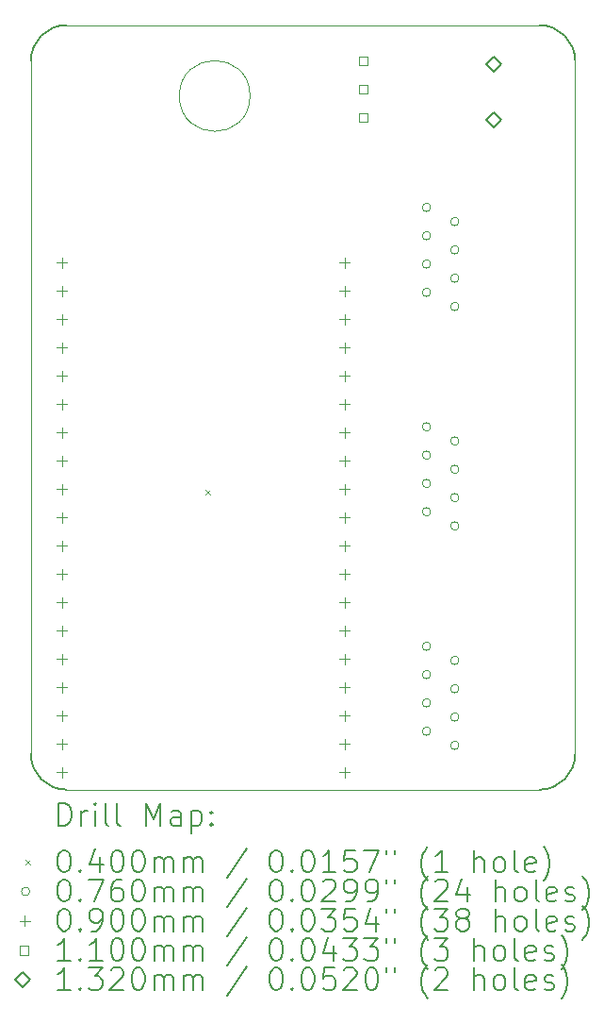
<source format=gbr>
%TF.GenerationSoftware,KiCad,Pcbnew,7.0.9*%
%TF.CreationDate,2024-06-07T23:52:36-04:00*%
%TF.ProjectId,Coms Board V2,436f6d73-2042-46f6-9172-642056322e6b,rev?*%
%TF.SameCoordinates,Original*%
%TF.FileFunction,Drillmap*%
%TF.FilePolarity,Positive*%
%FSLAX45Y45*%
G04 Gerber Fmt 4.5, Leading zero omitted, Abs format (unit mm)*
G04 Created by KiCad (PCBNEW 7.0.9) date 2024-06-07 23:52:36*
%MOMM*%
%LPD*%
G01*
G04 APERTURE LIST*
%ADD10C,0.100000*%
%ADD11C,0.200000*%
%ADD12C,0.110000*%
%ADD13C,0.132000*%
G04 APERTURE END LIST*
D10*
X17780000Y-12192000D02*
X13525500Y-12192000D01*
D11*
X13525500Y-5334000D02*
G75*
G03*
X13208000Y-5651500I0J-317500D01*
G01*
X13208000Y-11874500D02*
G75*
G03*
X13525500Y-12192000I317500J0D01*
G01*
D10*
X15176500Y-5969000D02*
G75*
G03*
X15176500Y-5969000I-317500J0D01*
G01*
D11*
X17780000Y-12192000D02*
G75*
G03*
X18097500Y-11874500I0J317500D01*
G01*
D10*
X13208000Y-11874500D02*
X13208000Y-5651500D01*
X18097500Y-11874500D02*
X18097500Y-5651500D01*
X17780000Y-5334000D02*
X13525500Y-5334000D01*
D11*
X18097500Y-5651500D02*
G75*
G03*
X17780000Y-5334000I-317500J0D01*
G01*
D10*
X14775500Y-9505000D02*
X14815500Y-9545000D01*
X14815500Y-9505000D02*
X14775500Y-9545000D01*
X16800000Y-6968750D02*
G75*
G03*
X16800000Y-6968750I-38000J0D01*
G01*
X16800000Y-7222750D02*
G75*
G03*
X16800000Y-7222750I-38000J0D01*
G01*
X16800000Y-7476750D02*
G75*
G03*
X16800000Y-7476750I-38000J0D01*
G01*
X16800000Y-7730750D02*
G75*
G03*
X16800000Y-7730750I-38000J0D01*
G01*
X16800000Y-8937250D02*
G75*
G03*
X16800000Y-8937250I-38000J0D01*
G01*
X16800000Y-9191250D02*
G75*
G03*
X16800000Y-9191250I-38000J0D01*
G01*
X16800000Y-9445250D02*
G75*
G03*
X16800000Y-9445250I-38000J0D01*
G01*
X16800000Y-9699250D02*
G75*
G03*
X16800000Y-9699250I-38000J0D01*
G01*
X16800000Y-10905750D02*
G75*
G03*
X16800000Y-10905750I-38000J0D01*
G01*
X16800000Y-11159750D02*
G75*
G03*
X16800000Y-11159750I-38000J0D01*
G01*
X16800000Y-11413750D02*
G75*
G03*
X16800000Y-11413750I-38000J0D01*
G01*
X16800000Y-11667750D02*
G75*
G03*
X16800000Y-11667750I-38000J0D01*
G01*
X17054000Y-7095750D02*
G75*
G03*
X17054000Y-7095750I-38000J0D01*
G01*
X17054000Y-7349750D02*
G75*
G03*
X17054000Y-7349750I-38000J0D01*
G01*
X17054000Y-7603750D02*
G75*
G03*
X17054000Y-7603750I-38000J0D01*
G01*
X17054000Y-7857750D02*
G75*
G03*
X17054000Y-7857750I-38000J0D01*
G01*
X17054000Y-9064250D02*
G75*
G03*
X17054000Y-9064250I-38000J0D01*
G01*
X17054000Y-9318250D02*
G75*
G03*
X17054000Y-9318250I-38000J0D01*
G01*
X17054000Y-9572250D02*
G75*
G03*
X17054000Y-9572250I-38000J0D01*
G01*
X17054000Y-9826250D02*
G75*
G03*
X17054000Y-9826250I-38000J0D01*
G01*
X17054000Y-11032750D02*
G75*
G03*
X17054000Y-11032750I-38000J0D01*
G01*
X17054000Y-11286750D02*
G75*
G03*
X17054000Y-11286750I-38000J0D01*
G01*
X17054000Y-11540750D02*
G75*
G03*
X17054000Y-11540750I-38000J0D01*
G01*
X17054000Y-11794750D02*
G75*
G03*
X17054000Y-11794750I-38000J0D01*
G01*
X13484750Y-7420000D02*
X13484750Y-7510000D01*
X13439750Y-7465000D02*
X13529750Y-7465000D01*
X13484750Y-7674000D02*
X13484750Y-7764000D01*
X13439750Y-7719000D02*
X13529750Y-7719000D01*
X13484750Y-7928000D02*
X13484750Y-8018000D01*
X13439750Y-7973000D02*
X13529750Y-7973000D01*
X13484750Y-8182000D02*
X13484750Y-8272000D01*
X13439750Y-8227000D02*
X13529750Y-8227000D01*
X13484750Y-8436000D02*
X13484750Y-8526000D01*
X13439750Y-8481000D02*
X13529750Y-8481000D01*
X13484750Y-8690000D02*
X13484750Y-8780000D01*
X13439750Y-8735000D02*
X13529750Y-8735000D01*
X13484750Y-8944000D02*
X13484750Y-9034000D01*
X13439750Y-8989000D02*
X13529750Y-8989000D01*
X13484750Y-9198000D02*
X13484750Y-9288000D01*
X13439750Y-9243000D02*
X13529750Y-9243000D01*
X13484750Y-9452000D02*
X13484750Y-9542000D01*
X13439750Y-9497000D02*
X13529750Y-9497000D01*
X13484750Y-9706000D02*
X13484750Y-9796000D01*
X13439750Y-9751000D02*
X13529750Y-9751000D01*
X13484750Y-9960000D02*
X13484750Y-10050000D01*
X13439750Y-10005000D02*
X13529750Y-10005000D01*
X13484750Y-10214000D02*
X13484750Y-10304000D01*
X13439750Y-10259000D02*
X13529750Y-10259000D01*
X13484750Y-10468000D02*
X13484750Y-10558000D01*
X13439750Y-10513000D02*
X13529750Y-10513000D01*
X13484750Y-10722000D02*
X13484750Y-10812000D01*
X13439750Y-10767000D02*
X13529750Y-10767000D01*
X13484750Y-10976000D02*
X13484750Y-11066000D01*
X13439750Y-11021000D02*
X13529750Y-11021000D01*
X13484750Y-11230000D02*
X13484750Y-11320000D01*
X13439750Y-11275000D02*
X13529750Y-11275000D01*
X13484750Y-11484000D02*
X13484750Y-11574000D01*
X13439750Y-11529000D02*
X13529750Y-11529000D01*
X13484750Y-11738000D02*
X13484750Y-11828000D01*
X13439750Y-11783000D02*
X13529750Y-11783000D01*
X13484750Y-11992000D02*
X13484750Y-12082000D01*
X13439750Y-12037000D02*
X13529750Y-12037000D01*
X16024750Y-7420000D02*
X16024750Y-7510000D01*
X15979750Y-7465000D02*
X16069750Y-7465000D01*
X16024750Y-7674000D02*
X16024750Y-7764000D01*
X15979750Y-7719000D02*
X16069750Y-7719000D01*
X16024750Y-7928000D02*
X16024750Y-8018000D01*
X15979750Y-7973000D02*
X16069750Y-7973000D01*
X16024750Y-8182000D02*
X16024750Y-8272000D01*
X15979750Y-8227000D02*
X16069750Y-8227000D01*
X16024750Y-8436000D02*
X16024750Y-8526000D01*
X15979750Y-8481000D02*
X16069750Y-8481000D01*
X16024750Y-8690000D02*
X16024750Y-8780000D01*
X15979750Y-8735000D02*
X16069750Y-8735000D01*
X16024750Y-8944000D02*
X16024750Y-9034000D01*
X15979750Y-8989000D02*
X16069750Y-8989000D01*
X16024750Y-9198000D02*
X16024750Y-9288000D01*
X15979750Y-9243000D02*
X16069750Y-9243000D01*
X16024750Y-9452000D02*
X16024750Y-9542000D01*
X15979750Y-9497000D02*
X16069750Y-9497000D01*
X16024750Y-9706000D02*
X16024750Y-9796000D01*
X15979750Y-9751000D02*
X16069750Y-9751000D01*
X16024750Y-9960000D02*
X16024750Y-10050000D01*
X15979750Y-10005000D02*
X16069750Y-10005000D01*
X16024750Y-10214000D02*
X16024750Y-10304000D01*
X15979750Y-10259000D02*
X16069750Y-10259000D01*
X16024750Y-10468000D02*
X16024750Y-10558000D01*
X15979750Y-10513000D02*
X16069750Y-10513000D01*
X16024750Y-10722000D02*
X16024750Y-10812000D01*
X15979750Y-10767000D02*
X16069750Y-10767000D01*
X16024750Y-10976000D02*
X16024750Y-11066000D01*
X15979750Y-11021000D02*
X16069750Y-11021000D01*
X16024750Y-11230000D02*
X16024750Y-11320000D01*
X15979750Y-11275000D02*
X16069750Y-11275000D01*
X16024750Y-11484000D02*
X16024750Y-11574000D01*
X15979750Y-11529000D02*
X16069750Y-11529000D01*
X16024750Y-11738000D02*
X16024750Y-11828000D01*
X15979750Y-11783000D02*
X16069750Y-11783000D01*
X16024750Y-11992000D02*
X16024750Y-12082000D01*
X15979750Y-12037000D02*
X16069750Y-12037000D01*
D12*
X16231391Y-5690391D02*
X16231391Y-5612609D01*
X16153609Y-5612609D01*
X16153609Y-5690391D01*
X16231391Y-5690391D01*
X16231391Y-5944391D02*
X16231391Y-5866609D01*
X16153609Y-5866609D01*
X16153609Y-5944391D01*
X16231391Y-5944391D01*
X16231391Y-6198391D02*
X16231391Y-6120609D01*
X16153609Y-6120609D01*
X16153609Y-6198391D01*
X16231391Y-6198391D01*
D13*
X17368000Y-5748000D02*
X17434000Y-5682000D01*
X17368000Y-5616000D01*
X17302000Y-5682000D01*
X17368000Y-5748000D01*
X17368000Y-6248000D02*
X17434000Y-6182000D01*
X17368000Y-6116000D01*
X17302000Y-6182000D01*
X17368000Y-6248000D01*
D11*
X13458777Y-12513484D02*
X13458777Y-12313484D01*
X13458777Y-12313484D02*
X13506396Y-12313484D01*
X13506396Y-12313484D02*
X13534967Y-12323008D01*
X13534967Y-12323008D02*
X13554015Y-12342055D01*
X13554015Y-12342055D02*
X13563539Y-12361103D01*
X13563539Y-12361103D02*
X13573062Y-12399198D01*
X13573062Y-12399198D02*
X13573062Y-12427769D01*
X13573062Y-12427769D02*
X13563539Y-12465865D01*
X13563539Y-12465865D02*
X13554015Y-12484912D01*
X13554015Y-12484912D02*
X13534967Y-12503960D01*
X13534967Y-12503960D02*
X13506396Y-12513484D01*
X13506396Y-12513484D02*
X13458777Y-12513484D01*
X13658777Y-12513484D02*
X13658777Y-12380150D01*
X13658777Y-12418246D02*
X13668301Y-12399198D01*
X13668301Y-12399198D02*
X13677824Y-12389674D01*
X13677824Y-12389674D02*
X13696872Y-12380150D01*
X13696872Y-12380150D02*
X13715920Y-12380150D01*
X13782586Y-12513484D02*
X13782586Y-12380150D01*
X13782586Y-12313484D02*
X13773062Y-12323008D01*
X13773062Y-12323008D02*
X13782586Y-12332531D01*
X13782586Y-12332531D02*
X13792110Y-12323008D01*
X13792110Y-12323008D02*
X13782586Y-12313484D01*
X13782586Y-12313484D02*
X13782586Y-12332531D01*
X13906396Y-12513484D02*
X13887348Y-12503960D01*
X13887348Y-12503960D02*
X13877824Y-12484912D01*
X13877824Y-12484912D02*
X13877824Y-12313484D01*
X14011158Y-12513484D02*
X13992110Y-12503960D01*
X13992110Y-12503960D02*
X13982586Y-12484912D01*
X13982586Y-12484912D02*
X13982586Y-12313484D01*
X14239729Y-12513484D02*
X14239729Y-12313484D01*
X14239729Y-12313484D02*
X14306396Y-12456341D01*
X14306396Y-12456341D02*
X14373062Y-12313484D01*
X14373062Y-12313484D02*
X14373062Y-12513484D01*
X14554015Y-12513484D02*
X14554015Y-12408722D01*
X14554015Y-12408722D02*
X14544491Y-12389674D01*
X14544491Y-12389674D02*
X14525443Y-12380150D01*
X14525443Y-12380150D02*
X14487348Y-12380150D01*
X14487348Y-12380150D02*
X14468301Y-12389674D01*
X14554015Y-12503960D02*
X14534967Y-12513484D01*
X14534967Y-12513484D02*
X14487348Y-12513484D01*
X14487348Y-12513484D02*
X14468301Y-12503960D01*
X14468301Y-12503960D02*
X14458777Y-12484912D01*
X14458777Y-12484912D02*
X14458777Y-12465865D01*
X14458777Y-12465865D02*
X14468301Y-12446817D01*
X14468301Y-12446817D02*
X14487348Y-12437293D01*
X14487348Y-12437293D02*
X14534967Y-12437293D01*
X14534967Y-12437293D02*
X14554015Y-12427769D01*
X14649253Y-12380150D02*
X14649253Y-12580150D01*
X14649253Y-12389674D02*
X14668301Y-12380150D01*
X14668301Y-12380150D02*
X14706396Y-12380150D01*
X14706396Y-12380150D02*
X14725443Y-12389674D01*
X14725443Y-12389674D02*
X14734967Y-12399198D01*
X14734967Y-12399198D02*
X14744491Y-12418246D01*
X14744491Y-12418246D02*
X14744491Y-12475388D01*
X14744491Y-12475388D02*
X14734967Y-12494436D01*
X14734967Y-12494436D02*
X14725443Y-12503960D01*
X14725443Y-12503960D02*
X14706396Y-12513484D01*
X14706396Y-12513484D02*
X14668301Y-12513484D01*
X14668301Y-12513484D02*
X14649253Y-12503960D01*
X14830205Y-12494436D02*
X14839729Y-12503960D01*
X14839729Y-12503960D02*
X14830205Y-12513484D01*
X14830205Y-12513484D02*
X14820682Y-12503960D01*
X14820682Y-12503960D02*
X14830205Y-12494436D01*
X14830205Y-12494436D02*
X14830205Y-12513484D01*
X14830205Y-12389674D02*
X14839729Y-12399198D01*
X14839729Y-12399198D02*
X14830205Y-12408722D01*
X14830205Y-12408722D02*
X14820682Y-12399198D01*
X14820682Y-12399198D02*
X14830205Y-12389674D01*
X14830205Y-12389674D02*
X14830205Y-12408722D01*
D10*
X13158000Y-12822000D02*
X13198000Y-12862000D01*
X13198000Y-12822000D02*
X13158000Y-12862000D01*
D11*
X13496872Y-12733484D02*
X13515920Y-12733484D01*
X13515920Y-12733484D02*
X13534967Y-12743008D01*
X13534967Y-12743008D02*
X13544491Y-12752531D01*
X13544491Y-12752531D02*
X13554015Y-12771579D01*
X13554015Y-12771579D02*
X13563539Y-12809674D01*
X13563539Y-12809674D02*
X13563539Y-12857293D01*
X13563539Y-12857293D02*
X13554015Y-12895388D01*
X13554015Y-12895388D02*
X13544491Y-12914436D01*
X13544491Y-12914436D02*
X13534967Y-12923960D01*
X13534967Y-12923960D02*
X13515920Y-12933484D01*
X13515920Y-12933484D02*
X13496872Y-12933484D01*
X13496872Y-12933484D02*
X13477824Y-12923960D01*
X13477824Y-12923960D02*
X13468301Y-12914436D01*
X13468301Y-12914436D02*
X13458777Y-12895388D01*
X13458777Y-12895388D02*
X13449253Y-12857293D01*
X13449253Y-12857293D02*
X13449253Y-12809674D01*
X13449253Y-12809674D02*
X13458777Y-12771579D01*
X13458777Y-12771579D02*
X13468301Y-12752531D01*
X13468301Y-12752531D02*
X13477824Y-12743008D01*
X13477824Y-12743008D02*
X13496872Y-12733484D01*
X13649253Y-12914436D02*
X13658777Y-12923960D01*
X13658777Y-12923960D02*
X13649253Y-12933484D01*
X13649253Y-12933484D02*
X13639729Y-12923960D01*
X13639729Y-12923960D02*
X13649253Y-12914436D01*
X13649253Y-12914436D02*
X13649253Y-12933484D01*
X13830205Y-12800150D02*
X13830205Y-12933484D01*
X13782586Y-12723960D02*
X13734967Y-12866817D01*
X13734967Y-12866817D02*
X13858777Y-12866817D01*
X13973062Y-12733484D02*
X13992110Y-12733484D01*
X13992110Y-12733484D02*
X14011158Y-12743008D01*
X14011158Y-12743008D02*
X14020682Y-12752531D01*
X14020682Y-12752531D02*
X14030205Y-12771579D01*
X14030205Y-12771579D02*
X14039729Y-12809674D01*
X14039729Y-12809674D02*
X14039729Y-12857293D01*
X14039729Y-12857293D02*
X14030205Y-12895388D01*
X14030205Y-12895388D02*
X14020682Y-12914436D01*
X14020682Y-12914436D02*
X14011158Y-12923960D01*
X14011158Y-12923960D02*
X13992110Y-12933484D01*
X13992110Y-12933484D02*
X13973062Y-12933484D01*
X13973062Y-12933484D02*
X13954015Y-12923960D01*
X13954015Y-12923960D02*
X13944491Y-12914436D01*
X13944491Y-12914436D02*
X13934967Y-12895388D01*
X13934967Y-12895388D02*
X13925443Y-12857293D01*
X13925443Y-12857293D02*
X13925443Y-12809674D01*
X13925443Y-12809674D02*
X13934967Y-12771579D01*
X13934967Y-12771579D02*
X13944491Y-12752531D01*
X13944491Y-12752531D02*
X13954015Y-12743008D01*
X13954015Y-12743008D02*
X13973062Y-12733484D01*
X14163539Y-12733484D02*
X14182586Y-12733484D01*
X14182586Y-12733484D02*
X14201634Y-12743008D01*
X14201634Y-12743008D02*
X14211158Y-12752531D01*
X14211158Y-12752531D02*
X14220682Y-12771579D01*
X14220682Y-12771579D02*
X14230205Y-12809674D01*
X14230205Y-12809674D02*
X14230205Y-12857293D01*
X14230205Y-12857293D02*
X14220682Y-12895388D01*
X14220682Y-12895388D02*
X14211158Y-12914436D01*
X14211158Y-12914436D02*
X14201634Y-12923960D01*
X14201634Y-12923960D02*
X14182586Y-12933484D01*
X14182586Y-12933484D02*
X14163539Y-12933484D01*
X14163539Y-12933484D02*
X14144491Y-12923960D01*
X14144491Y-12923960D02*
X14134967Y-12914436D01*
X14134967Y-12914436D02*
X14125443Y-12895388D01*
X14125443Y-12895388D02*
X14115920Y-12857293D01*
X14115920Y-12857293D02*
X14115920Y-12809674D01*
X14115920Y-12809674D02*
X14125443Y-12771579D01*
X14125443Y-12771579D02*
X14134967Y-12752531D01*
X14134967Y-12752531D02*
X14144491Y-12743008D01*
X14144491Y-12743008D02*
X14163539Y-12733484D01*
X14315920Y-12933484D02*
X14315920Y-12800150D01*
X14315920Y-12819198D02*
X14325443Y-12809674D01*
X14325443Y-12809674D02*
X14344491Y-12800150D01*
X14344491Y-12800150D02*
X14373063Y-12800150D01*
X14373063Y-12800150D02*
X14392110Y-12809674D01*
X14392110Y-12809674D02*
X14401634Y-12828722D01*
X14401634Y-12828722D02*
X14401634Y-12933484D01*
X14401634Y-12828722D02*
X14411158Y-12809674D01*
X14411158Y-12809674D02*
X14430205Y-12800150D01*
X14430205Y-12800150D02*
X14458777Y-12800150D01*
X14458777Y-12800150D02*
X14477824Y-12809674D01*
X14477824Y-12809674D02*
X14487348Y-12828722D01*
X14487348Y-12828722D02*
X14487348Y-12933484D01*
X14582586Y-12933484D02*
X14582586Y-12800150D01*
X14582586Y-12819198D02*
X14592110Y-12809674D01*
X14592110Y-12809674D02*
X14611158Y-12800150D01*
X14611158Y-12800150D02*
X14639729Y-12800150D01*
X14639729Y-12800150D02*
X14658777Y-12809674D01*
X14658777Y-12809674D02*
X14668301Y-12828722D01*
X14668301Y-12828722D02*
X14668301Y-12933484D01*
X14668301Y-12828722D02*
X14677824Y-12809674D01*
X14677824Y-12809674D02*
X14696872Y-12800150D01*
X14696872Y-12800150D02*
X14725443Y-12800150D01*
X14725443Y-12800150D02*
X14744491Y-12809674D01*
X14744491Y-12809674D02*
X14754015Y-12828722D01*
X14754015Y-12828722D02*
X14754015Y-12933484D01*
X15144491Y-12723960D02*
X14973063Y-12981103D01*
X15401634Y-12733484D02*
X15420682Y-12733484D01*
X15420682Y-12733484D02*
X15439729Y-12743008D01*
X15439729Y-12743008D02*
X15449253Y-12752531D01*
X15449253Y-12752531D02*
X15458777Y-12771579D01*
X15458777Y-12771579D02*
X15468301Y-12809674D01*
X15468301Y-12809674D02*
X15468301Y-12857293D01*
X15468301Y-12857293D02*
X15458777Y-12895388D01*
X15458777Y-12895388D02*
X15449253Y-12914436D01*
X15449253Y-12914436D02*
X15439729Y-12923960D01*
X15439729Y-12923960D02*
X15420682Y-12933484D01*
X15420682Y-12933484D02*
X15401634Y-12933484D01*
X15401634Y-12933484D02*
X15382586Y-12923960D01*
X15382586Y-12923960D02*
X15373063Y-12914436D01*
X15373063Y-12914436D02*
X15363539Y-12895388D01*
X15363539Y-12895388D02*
X15354015Y-12857293D01*
X15354015Y-12857293D02*
X15354015Y-12809674D01*
X15354015Y-12809674D02*
X15363539Y-12771579D01*
X15363539Y-12771579D02*
X15373063Y-12752531D01*
X15373063Y-12752531D02*
X15382586Y-12743008D01*
X15382586Y-12743008D02*
X15401634Y-12733484D01*
X15554015Y-12914436D02*
X15563539Y-12923960D01*
X15563539Y-12923960D02*
X15554015Y-12933484D01*
X15554015Y-12933484D02*
X15544491Y-12923960D01*
X15544491Y-12923960D02*
X15554015Y-12914436D01*
X15554015Y-12914436D02*
X15554015Y-12933484D01*
X15687348Y-12733484D02*
X15706396Y-12733484D01*
X15706396Y-12733484D02*
X15725444Y-12743008D01*
X15725444Y-12743008D02*
X15734967Y-12752531D01*
X15734967Y-12752531D02*
X15744491Y-12771579D01*
X15744491Y-12771579D02*
X15754015Y-12809674D01*
X15754015Y-12809674D02*
X15754015Y-12857293D01*
X15754015Y-12857293D02*
X15744491Y-12895388D01*
X15744491Y-12895388D02*
X15734967Y-12914436D01*
X15734967Y-12914436D02*
X15725444Y-12923960D01*
X15725444Y-12923960D02*
X15706396Y-12933484D01*
X15706396Y-12933484D02*
X15687348Y-12933484D01*
X15687348Y-12933484D02*
X15668301Y-12923960D01*
X15668301Y-12923960D02*
X15658777Y-12914436D01*
X15658777Y-12914436D02*
X15649253Y-12895388D01*
X15649253Y-12895388D02*
X15639729Y-12857293D01*
X15639729Y-12857293D02*
X15639729Y-12809674D01*
X15639729Y-12809674D02*
X15649253Y-12771579D01*
X15649253Y-12771579D02*
X15658777Y-12752531D01*
X15658777Y-12752531D02*
X15668301Y-12743008D01*
X15668301Y-12743008D02*
X15687348Y-12733484D01*
X15944491Y-12933484D02*
X15830206Y-12933484D01*
X15887348Y-12933484D02*
X15887348Y-12733484D01*
X15887348Y-12733484D02*
X15868301Y-12762055D01*
X15868301Y-12762055D02*
X15849253Y-12781103D01*
X15849253Y-12781103D02*
X15830206Y-12790627D01*
X16125444Y-12733484D02*
X16030206Y-12733484D01*
X16030206Y-12733484D02*
X16020682Y-12828722D01*
X16020682Y-12828722D02*
X16030206Y-12819198D01*
X16030206Y-12819198D02*
X16049253Y-12809674D01*
X16049253Y-12809674D02*
X16096872Y-12809674D01*
X16096872Y-12809674D02*
X16115920Y-12819198D01*
X16115920Y-12819198D02*
X16125444Y-12828722D01*
X16125444Y-12828722D02*
X16134967Y-12847769D01*
X16134967Y-12847769D02*
X16134967Y-12895388D01*
X16134967Y-12895388D02*
X16125444Y-12914436D01*
X16125444Y-12914436D02*
X16115920Y-12923960D01*
X16115920Y-12923960D02*
X16096872Y-12933484D01*
X16096872Y-12933484D02*
X16049253Y-12933484D01*
X16049253Y-12933484D02*
X16030206Y-12923960D01*
X16030206Y-12923960D02*
X16020682Y-12914436D01*
X16201634Y-12733484D02*
X16334967Y-12733484D01*
X16334967Y-12733484D02*
X16249253Y-12933484D01*
X16401634Y-12733484D02*
X16401634Y-12771579D01*
X16477825Y-12733484D02*
X16477825Y-12771579D01*
X16773063Y-13009674D02*
X16763539Y-13000150D01*
X16763539Y-13000150D02*
X16744491Y-12971579D01*
X16744491Y-12971579D02*
X16734968Y-12952531D01*
X16734968Y-12952531D02*
X16725444Y-12923960D01*
X16725444Y-12923960D02*
X16715920Y-12876341D01*
X16715920Y-12876341D02*
X16715920Y-12838246D01*
X16715920Y-12838246D02*
X16725444Y-12790627D01*
X16725444Y-12790627D02*
X16734968Y-12762055D01*
X16734968Y-12762055D02*
X16744491Y-12743008D01*
X16744491Y-12743008D02*
X16763539Y-12714436D01*
X16763539Y-12714436D02*
X16773063Y-12704912D01*
X16954015Y-12933484D02*
X16839730Y-12933484D01*
X16896872Y-12933484D02*
X16896872Y-12733484D01*
X16896872Y-12733484D02*
X16877825Y-12762055D01*
X16877825Y-12762055D02*
X16858777Y-12781103D01*
X16858777Y-12781103D02*
X16839730Y-12790627D01*
X17192111Y-12933484D02*
X17192111Y-12733484D01*
X17277825Y-12933484D02*
X17277825Y-12828722D01*
X17277825Y-12828722D02*
X17268301Y-12809674D01*
X17268301Y-12809674D02*
X17249253Y-12800150D01*
X17249253Y-12800150D02*
X17220682Y-12800150D01*
X17220682Y-12800150D02*
X17201634Y-12809674D01*
X17201634Y-12809674D02*
X17192111Y-12819198D01*
X17401634Y-12933484D02*
X17382587Y-12923960D01*
X17382587Y-12923960D02*
X17373063Y-12914436D01*
X17373063Y-12914436D02*
X17363539Y-12895388D01*
X17363539Y-12895388D02*
X17363539Y-12838246D01*
X17363539Y-12838246D02*
X17373063Y-12819198D01*
X17373063Y-12819198D02*
X17382587Y-12809674D01*
X17382587Y-12809674D02*
X17401634Y-12800150D01*
X17401634Y-12800150D02*
X17430206Y-12800150D01*
X17430206Y-12800150D02*
X17449253Y-12809674D01*
X17449253Y-12809674D02*
X17458777Y-12819198D01*
X17458777Y-12819198D02*
X17468301Y-12838246D01*
X17468301Y-12838246D02*
X17468301Y-12895388D01*
X17468301Y-12895388D02*
X17458777Y-12914436D01*
X17458777Y-12914436D02*
X17449253Y-12923960D01*
X17449253Y-12923960D02*
X17430206Y-12933484D01*
X17430206Y-12933484D02*
X17401634Y-12933484D01*
X17582587Y-12933484D02*
X17563539Y-12923960D01*
X17563539Y-12923960D02*
X17554015Y-12904912D01*
X17554015Y-12904912D02*
X17554015Y-12733484D01*
X17734968Y-12923960D02*
X17715920Y-12933484D01*
X17715920Y-12933484D02*
X17677825Y-12933484D01*
X17677825Y-12933484D02*
X17658777Y-12923960D01*
X17658777Y-12923960D02*
X17649253Y-12904912D01*
X17649253Y-12904912D02*
X17649253Y-12828722D01*
X17649253Y-12828722D02*
X17658777Y-12809674D01*
X17658777Y-12809674D02*
X17677825Y-12800150D01*
X17677825Y-12800150D02*
X17715920Y-12800150D01*
X17715920Y-12800150D02*
X17734968Y-12809674D01*
X17734968Y-12809674D02*
X17744492Y-12828722D01*
X17744492Y-12828722D02*
X17744492Y-12847769D01*
X17744492Y-12847769D02*
X17649253Y-12866817D01*
X17811158Y-13009674D02*
X17820682Y-13000150D01*
X17820682Y-13000150D02*
X17839730Y-12971579D01*
X17839730Y-12971579D02*
X17849253Y-12952531D01*
X17849253Y-12952531D02*
X17858777Y-12923960D01*
X17858777Y-12923960D02*
X17868301Y-12876341D01*
X17868301Y-12876341D02*
X17868301Y-12838246D01*
X17868301Y-12838246D02*
X17858777Y-12790627D01*
X17858777Y-12790627D02*
X17849253Y-12762055D01*
X17849253Y-12762055D02*
X17839730Y-12743008D01*
X17839730Y-12743008D02*
X17820682Y-12714436D01*
X17820682Y-12714436D02*
X17811158Y-12704912D01*
D10*
X13198000Y-13106000D02*
G75*
G03*
X13198000Y-13106000I-38000J0D01*
G01*
D11*
X13496872Y-12997484D02*
X13515920Y-12997484D01*
X13515920Y-12997484D02*
X13534967Y-13007008D01*
X13534967Y-13007008D02*
X13544491Y-13016531D01*
X13544491Y-13016531D02*
X13554015Y-13035579D01*
X13554015Y-13035579D02*
X13563539Y-13073674D01*
X13563539Y-13073674D02*
X13563539Y-13121293D01*
X13563539Y-13121293D02*
X13554015Y-13159388D01*
X13554015Y-13159388D02*
X13544491Y-13178436D01*
X13544491Y-13178436D02*
X13534967Y-13187960D01*
X13534967Y-13187960D02*
X13515920Y-13197484D01*
X13515920Y-13197484D02*
X13496872Y-13197484D01*
X13496872Y-13197484D02*
X13477824Y-13187960D01*
X13477824Y-13187960D02*
X13468301Y-13178436D01*
X13468301Y-13178436D02*
X13458777Y-13159388D01*
X13458777Y-13159388D02*
X13449253Y-13121293D01*
X13449253Y-13121293D02*
X13449253Y-13073674D01*
X13449253Y-13073674D02*
X13458777Y-13035579D01*
X13458777Y-13035579D02*
X13468301Y-13016531D01*
X13468301Y-13016531D02*
X13477824Y-13007008D01*
X13477824Y-13007008D02*
X13496872Y-12997484D01*
X13649253Y-13178436D02*
X13658777Y-13187960D01*
X13658777Y-13187960D02*
X13649253Y-13197484D01*
X13649253Y-13197484D02*
X13639729Y-13187960D01*
X13639729Y-13187960D02*
X13649253Y-13178436D01*
X13649253Y-13178436D02*
X13649253Y-13197484D01*
X13725443Y-12997484D02*
X13858777Y-12997484D01*
X13858777Y-12997484D02*
X13773062Y-13197484D01*
X14020682Y-12997484D02*
X13982586Y-12997484D01*
X13982586Y-12997484D02*
X13963539Y-13007008D01*
X13963539Y-13007008D02*
X13954015Y-13016531D01*
X13954015Y-13016531D02*
X13934967Y-13045103D01*
X13934967Y-13045103D02*
X13925443Y-13083198D01*
X13925443Y-13083198D02*
X13925443Y-13159388D01*
X13925443Y-13159388D02*
X13934967Y-13178436D01*
X13934967Y-13178436D02*
X13944491Y-13187960D01*
X13944491Y-13187960D02*
X13963539Y-13197484D01*
X13963539Y-13197484D02*
X14001634Y-13197484D01*
X14001634Y-13197484D02*
X14020682Y-13187960D01*
X14020682Y-13187960D02*
X14030205Y-13178436D01*
X14030205Y-13178436D02*
X14039729Y-13159388D01*
X14039729Y-13159388D02*
X14039729Y-13111769D01*
X14039729Y-13111769D02*
X14030205Y-13092722D01*
X14030205Y-13092722D02*
X14020682Y-13083198D01*
X14020682Y-13083198D02*
X14001634Y-13073674D01*
X14001634Y-13073674D02*
X13963539Y-13073674D01*
X13963539Y-13073674D02*
X13944491Y-13083198D01*
X13944491Y-13083198D02*
X13934967Y-13092722D01*
X13934967Y-13092722D02*
X13925443Y-13111769D01*
X14163539Y-12997484D02*
X14182586Y-12997484D01*
X14182586Y-12997484D02*
X14201634Y-13007008D01*
X14201634Y-13007008D02*
X14211158Y-13016531D01*
X14211158Y-13016531D02*
X14220682Y-13035579D01*
X14220682Y-13035579D02*
X14230205Y-13073674D01*
X14230205Y-13073674D02*
X14230205Y-13121293D01*
X14230205Y-13121293D02*
X14220682Y-13159388D01*
X14220682Y-13159388D02*
X14211158Y-13178436D01*
X14211158Y-13178436D02*
X14201634Y-13187960D01*
X14201634Y-13187960D02*
X14182586Y-13197484D01*
X14182586Y-13197484D02*
X14163539Y-13197484D01*
X14163539Y-13197484D02*
X14144491Y-13187960D01*
X14144491Y-13187960D02*
X14134967Y-13178436D01*
X14134967Y-13178436D02*
X14125443Y-13159388D01*
X14125443Y-13159388D02*
X14115920Y-13121293D01*
X14115920Y-13121293D02*
X14115920Y-13073674D01*
X14115920Y-13073674D02*
X14125443Y-13035579D01*
X14125443Y-13035579D02*
X14134967Y-13016531D01*
X14134967Y-13016531D02*
X14144491Y-13007008D01*
X14144491Y-13007008D02*
X14163539Y-12997484D01*
X14315920Y-13197484D02*
X14315920Y-13064150D01*
X14315920Y-13083198D02*
X14325443Y-13073674D01*
X14325443Y-13073674D02*
X14344491Y-13064150D01*
X14344491Y-13064150D02*
X14373063Y-13064150D01*
X14373063Y-13064150D02*
X14392110Y-13073674D01*
X14392110Y-13073674D02*
X14401634Y-13092722D01*
X14401634Y-13092722D02*
X14401634Y-13197484D01*
X14401634Y-13092722D02*
X14411158Y-13073674D01*
X14411158Y-13073674D02*
X14430205Y-13064150D01*
X14430205Y-13064150D02*
X14458777Y-13064150D01*
X14458777Y-13064150D02*
X14477824Y-13073674D01*
X14477824Y-13073674D02*
X14487348Y-13092722D01*
X14487348Y-13092722D02*
X14487348Y-13197484D01*
X14582586Y-13197484D02*
X14582586Y-13064150D01*
X14582586Y-13083198D02*
X14592110Y-13073674D01*
X14592110Y-13073674D02*
X14611158Y-13064150D01*
X14611158Y-13064150D02*
X14639729Y-13064150D01*
X14639729Y-13064150D02*
X14658777Y-13073674D01*
X14658777Y-13073674D02*
X14668301Y-13092722D01*
X14668301Y-13092722D02*
X14668301Y-13197484D01*
X14668301Y-13092722D02*
X14677824Y-13073674D01*
X14677824Y-13073674D02*
X14696872Y-13064150D01*
X14696872Y-13064150D02*
X14725443Y-13064150D01*
X14725443Y-13064150D02*
X14744491Y-13073674D01*
X14744491Y-13073674D02*
X14754015Y-13092722D01*
X14754015Y-13092722D02*
X14754015Y-13197484D01*
X15144491Y-12987960D02*
X14973063Y-13245103D01*
X15401634Y-12997484D02*
X15420682Y-12997484D01*
X15420682Y-12997484D02*
X15439729Y-13007008D01*
X15439729Y-13007008D02*
X15449253Y-13016531D01*
X15449253Y-13016531D02*
X15458777Y-13035579D01*
X15458777Y-13035579D02*
X15468301Y-13073674D01*
X15468301Y-13073674D02*
X15468301Y-13121293D01*
X15468301Y-13121293D02*
X15458777Y-13159388D01*
X15458777Y-13159388D02*
X15449253Y-13178436D01*
X15449253Y-13178436D02*
X15439729Y-13187960D01*
X15439729Y-13187960D02*
X15420682Y-13197484D01*
X15420682Y-13197484D02*
X15401634Y-13197484D01*
X15401634Y-13197484D02*
X15382586Y-13187960D01*
X15382586Y-13187960D02*
X15373063Y-13178436D01*
X15373063Y-13178436D02*
X15363539Y-13159388D01*
X15363539Y-13159388D02*
X15354015Y-13121293D01*
X15354015Y-13121293D02*
X15354015Y-13073674D01*
X15354015Y-13073674D02*
X15363539Y-13035579D01*
X15363539Y-13035579D02*
X15373063Y-13016531D01*
X15373063Y-13016531D02*
X15382586Y-13007008D01*
X15382586Y-13007008D02*
X15401634Y-12997484D01*
X15554015Y-13178436D02*
X15563539Y-13187960D01*
X15563539Y-13187960D02*
X15554015Y-13197484D01*
X15554015Y-13197484D02*
X15544491Y-13187960D01*
X15544491Y-13187960D02*
X15554015Y-13178436D01*
X15554015Y-13178436D02*
X15554015Y-13197484D01*
X15687348Y-12997484D02*
X15706396Y-12997484D01*
X15706396Y-12997484D02*
X15725444Y-13007008D01*
X15725444Y-13007008D02*
X15734967Y-13016531D01*
X15734967Y-13016531D02*
X15744491Y-13035579D01*
X15744491Y-13035579D02*
X15754015Y-13073674D01*
X15754015Y-13073674D02*
X15754015Y-13121293D01*
X15754015Y-13121293D02*
X15744491Y-13159388D01*
X15744491Y-13159388D02*
X15734967Y-13178436D01*
X15734967Y-13178436D02*
X15725444Y-13187960D01*
X15725444Y-13187960D02*
X15706396Y-13197484D01*
X15706396Y-13197484D02*
X15687348Y-13197484D01*
X15687348Y-13197484D02*
X15668301Y-13187960D01*
X15668301Y-13187960D02*
X15658777Y-13178436D01*
X15658777Y-13178436D02*
X15649253Y-13159388D01*
X15649253Y-13159388D02*
X15639729Y-13121293D01*
X15639729Y-13121293D02*
X15639729Y-13073674D01*
X15639729Y-13073674D02*
X15649253Y-13035579D01*
X15649253Y-13035579D02*
X15658777Y-13016531D01*
X15658777Y-13016531D02*
X15668301Y-13007008D01*
X15668301Y-13007008D02*
X15687348Y-12997484D01*
X15830206Y-13016531D02*
X15839729Y-13007008D01*
X15839729Y-13007008D02*
X15858777Y-12997484D01*
X15858777Y-12997484D02*
X15906396Y-12997484D01*
X15906396Y-12997484D02*
X15925444Y-13007008D01*
X15925444Y-13007008D02*
X15934967Y-13016531D01*
X15934967Y-13016531D02*
X15944491Y-13035579D01*
X15944491Y-13035579D02*
X15944491Y-13054627D01*
X15944491Y-13054627D02*
X15934967Y-13083198D01*
X15934967Y-13083198D02*
X15820682Y-13197484D01*
X15820682Y-13197484D02*
X15944491Y-13197484D01*
X16039729Y-13197484D02*
X16077825Y-13197484D01*
X16077825Y-13197484D02*
X16096872Y-13187960D01*
X16096872Y-13187960D02*
X16106396Y-13178436D01*
X16106396Y-13178436D02*
X16125444Y-13149865D01*
X16125444Y-13149865D02*
X16134967Y-13111769D01*
X16134967Y-13111769D02*
X16134967Y-13035579D01*
X16134967Y-13035579D02*
X16125444Y-13016531D01*
X16125444Y-13016531D02*
X16115920Y-13007008D01*
X16115920Y-13007008D02*
X16096872Y-12997484D01*
X16096872Y-12997484D02*
X16058777Y-12997484D01*
X16058777Y-12997484D02*
X16039729Y-13007008D01*
X16039729Y-13007008D02*
X16030206Y-13016531D01*
X16030206Y-13016531D02*
X16020682Y-13035579D01*
X16020682Y-13035579D02*
X16020682Y-13083198D01*
X16020682Y-13083198D02*
X16030206Y-13102246D01*
X16030206Y-13102246D02*
X16039729Y-13111769D01*
X16039729Y-13111769D02*
X16058777Y-13121293D01*
X16058777Y-13121293D02*
X16096872Y-13121293D01*
X16096872Y-13121293D02*
X16115920Y-13111769D01*
X16115920Y-13111769D02*
X16125444Y-13102246D01*
X16125444Y-13102246D02*
X16134967Y-13083198D01*
X16230206Y-13197484D02*
X16268301Y-13197484D01*
X16268301Y-13197484D02*
X16287348Y-13187960D01*
X16287348Y-13187960D02*
X16296872Y-13178436D01*
X16296872Y-13178436D02*
X16315920Y-13149865D01*
X16315920Y-13149865D02*
X16325444Y-13111769D01*
X16325444Y-13111769D02*
X16325444Y-13035579D01*
X16325444Y-13035579D02*
X16315920Y-13016531D01*
X16315920Y-13016531D02*
X16306396Y-13007008D01*
X16306396Y-13007008D02*
X16287348Y-12997484D01*
X16287348Y-12997484D02*
X16249253Y-12997484D01*
X16249253Y-12997484D02*
X16230206Y-13007008D01*
X16230206Y-13007008D02*
X16220682Y-13016531D01*
X16220682Y-13016531D02*
X16211158Y-13035579D01*
X16211158Y-13035579D02*
X16211158Y-13083198D01*
X16211158Y-13083198D02*
X16220682Y-13102246D01*
X16220682Y-13102246D02*
X16230206Y-13111769D01*
X16230206Y-13111769D02*
X16249253Y-13121293D01*
X16249253Y-13121293D02*
X16287348Y-13121293D01*
X16287348Y-13121293D02*
X16306396Y-13111769D01*
X16306396Y-13111769D02*
X16315920Y-13102246D01*
X16315920Y-13102246D02*
X16325444Y-13083198D01*
X16401634Y-12997484D02*
X16401634Y-13035579D01*
X16477825Y-12997484D02*
X16477825Y-13035579D01*
X16773063Y-13273674D02*
X16763539Y-13264150D01*
X16763539Y-13264150D02*
X16744491Y-13235579D01*
X16744491Y-13235579D02*
X16734968Y-13216531D01*
X16734968Y-13216531D02*
X16725444Y-13187960D01*
X16725444Y-13187960D02*
X16715920Y-13140341D01*
X16715920Y-13140341D02*
X16715920Y-13102246D01*
X16715920Y-13102246D02*
X16725444Y-13054627D01*
X16725444Y-13054627D02*
X16734968Y-13026055D01*
X16734968Y-13026055D02*
X16744491Y-13007008D01*
X16744491Y-13007008D02*
X16763539Y-12978436D01*
X16763539Y-12978436D02*
X16773063Y-12968912D01*
X16839730Y-13016531D02*
X16849253Y-13007008D01*
X16849253Y-13007008D02*
X16868301Y-12997484D01*
X16868301Y-12997484D02*
X16915920Y-12997484D01*
X16915920Y-12997484D02*
X16934968Y-13007008D01*
X16934968Y-13007008D02*
X16944491Y-13016531D01*
X16944491Y-13016531D02*
X16954015Y-13035579D01*
X16954015Y-13035579D02*
X16954015Y-13054627D01*
X16954015Y-13054627D02*
X16944491Y-13083198D01*
X16944491Y-13083198D02*
X16830206Y-13197484D01*
X16830206Y-13197484D02*
X16954015Y-13197484D01*
X17125444Y-13064150D02*
X17125444Y-13197484D01*
X17077825Y-12987960D02*
X17030206Y-13130817D01*
X17030206Y-13130817D02*
X17154015Y-13130817D01*
X17382587Y-13197484D02*
X17382587Y-12997484D01*
X17468301Y-13197484D02*
X17468301Y-13092722D01*
X17468301Y-13092722D02*
X17458777Y-13073674D01*
X17458777Y-13073674D02*
X17439730Y-13064150D01*
X17439730Y-13064150D02*
X17411158Y-13064150D01*
X17411158Y-13064150D02*
X17392111Y-13073674D01*
X17392111Y-13073674D02*
X17382587Y-13083198D01*
X17592111Y-13197484D02*
X17573063Y-13187960D01*
X17573063Y-13187960D02*
X17563539Y-13178436D01*
X17563539Y-13178436D02*
X17554015Y-13159388D01*
X17554015Y-13159388D02*
X17554015Y-13102246D01*
X17554015Y-13102246D02*
X17563539Y-13083198D01*
X17563539Y-13083198D02*
X17573063Y-13073674D01*
X17573063Y-13073674D02*
X17592111Y-13064150D01*
X17592111Y-13064150D02*
X17620682Y-13064150D01*
X17620682Y-13064150D02*
X17639730Y-13073674D01*
X17639730Y-13073674D02*
X17649253Y-13083198D01*
X17649253Y-13083198D02*
X17658777Y-13102246D01*
X17658777Y-13102246D02*
X17658777Y-13159388D01*
X17658777Y-13159388D02*
X17649253Y-13178436D01*
X17649253Y-13178436D02*
X17639730Y-13187960D01*
X17639730Y-13187960D02*
X17620682Y-13197484D01*
X17620682Y-13197484D02*
X17592111Y-13197484D01*
X17773063Y-13197484D02*
X17754015Y-13187960D01*
X17754015Y-13187960D02*
X17744492Y-13168912D01*
X17744492Y-13168912D02*
X17744492Y-12997484D01*
X17925444Y-13187960D02*
X17906396Y-13197484D01*
X17906396Y-13197484D02*
X17868301Y-13197484D01*
X17868301Y-13197484D02*
X17849253Y-13187960D01*
X17849253Y-13187960D02*
X17839730Y-13168912D01*
X17839730Y-13168912D02*
X17839730Y-13092722D01*
X17839730Y-13092722D02*
X17849253Y-13073674D01*
X17849253Y-13073674D02*
X17868301Y-13064150D01*
X17868301Y-13064150D02*
X17906396Y-13064150D01*
X17906396Y-13064150D02*
X17925444Y-13073674D01*
X17925444Y-13073674D02*
X17934968Y-13092722D01*
X17934968Y-13092722D02*
X17934968Y-13111769D01*
X17934968Y-13111769D02*
X17839730Y-13130817D01*
X18011158Y-13187960D02*
X18030206Y-13197484D01*
X18030206Y-13197484D02*
X18068301Y-13197484D01*
X18068301Y-13197484D02*
X18087349Y-13187960D01*
X18087349Y-13187960D02*
X18096873Y-13168912D01*
X18096873Y-13168912D02*
X18096873Y-13159388D01*
X18096873Y-13159388D02*
X18087349Y-13140341D01*
X18087349Y-13140341D02*
X18068301Y-13130817D01*
X18068301Y-13130817D02*
X18039730Y-13130817D01*
X18039730Y-13130817D02*
X18020682Y-13121293D01*
X18020682Y-13121293D02*
X18011158Y-13102246D01*
X18011158Y-13102246D02*
X18011158Y-13092722D01*
X18011158Y-13092722D02*
X18020682Y-13073674D01*
X18020682Y-13073674D02*
X18039730Y-13064150D01*
X18039730Y-13064150D02*
X18068301Y-13064150D01*
X18068301Y-13064150D02*
X18087349Y-13073674D01*
X18163539Y-13273674D02*
X18173063Y-13264150D01*
X18173063Y-13264150D02*
X18192111Y-13235579D01*
X18192111Y-13235579D02*
X18201634Y-13216531D01*
X18201634Y-13216531D02*
X18211158Y-13187960D01*
X18211158Y-13187960D02*
X18220682Y-13140341D01*
X18220682Y-13140341D02*
X18220682Y-13102246D01*
X18220682Y-13102246D02*
X18211158Y-13054627D01*
X18211158Y-13054627D02*
X18201634Y-13026055D01*
X18201634Y-13026055D02*
X18192111Y-13007008D01*
X18192111Y-13007008D02*
X18173063Y-12978436D01*
X18173063Y-12978436D02*
X18163539Y-12968912D01*
D10*
X13153000Y-13325000D02*
X13153000Y-13415000D01*
X13108000Y-13370000D02*
X13198000Y-13370000D01*
D11*
X13496872Y-13261484D02*
X13515920Y-13261484D01*
X13515920Y-13261484D02*
X13534967Y-13271008D01*
X13534967Y-13271008D02*
X13544491Y-13280531D01*
X13544491Y-13280531D02*
X13554015Y-13299579D01*
X13554015Y-13299579D02*
X13563539Y-13337674D01*
X13563539Y-13337674D02*
X13563539Y-13385293D01*
X13563539Y-13385293D02*
X13554015Y-13423388D01*
X13554015Y-13423388D02*
X13544491Y-13442436D01*
X13544491Y-13442436D02*
X13534967Y-13451960D01*
X13534967Y-13451960D02*
X13515920Y-13461484D01*
X13515920Y-13461484D02*
X13496872Y-13461484D01*
X13496872Y-13461484D02*
X13477824Y-13451960D01*
X13477824Y-13451960D02*
X13468301Y-13442436D01*
X13468301Y-13442436D02*
X13458777Y-13423388D01*
X13458777Y-13423388D02*
X13449253Y-13385293D01*
X13449253Y-13385293D02*
X13449253Y-13337674D01*
X13449253Y-13337674D02*
X13458777Y-13299579D01*
X13458777Y-13299579D02*
X13468301Y-13280531D01*
X13468301Y-13280531D02*
X13477824Y-13271008D01*
X13477824Y-13271008D02*
X13496872Y-13261484D01*
X13649253Y-13442436D02*
X13658777Y-13451960D01*
X13658777Y-13451960D02*
X13649253Y-13461484D01*
X13649253Y-13461484D02*
X13639729Y-13451960D01*
X13639729Y-13451960D02*
X13649253Y-13442436D01*
X13649253Y-13442436D02*
X13649253Y-13461484D01*
X13754015Y-13461484D02*
X13792110Y-13461484D01*
X13792110Y-13461484D02*
X13811158Y-13451960D01*
X13811158Y-13451960D02*
X13820682Y-13442436D01*
X13820682Y-13442436D02*
X13839729Y-13413865D01*
X13839729Y-13413865D02*
X13849253Y-13375769D01*
X13849253Y-13375769D02*
X13849253Y-13299579D01*
X13849253Y-13299579D02*
X13839729Y-13280531D01*
X13839729Y-13280531D02*
X13830205Y-13271008D01*
X13830205Y-13271008D02*
X13811158Y-13261484D01*
X13811158Y-13261484D02*
X13773062Y-13261484D01*
X13773062Y-13261484D02*
X13754015Y-13271008D01*
X13754015Y-13271008D02*
X13744491Y-13280531D01*
X13744491Y-13280531D02*
X13734967Y-13299579D01*
X13734967Y-13299579D02*
X13734967Y-13347198D01*
X13734967Y-13347198D02*
X13744491Y-13366246D01*
X13744491Y-13366246D02*
X13754015Y-13375769D01*
X13754015Y-13375769D02*
X13773062Y-13385293D01*
X13773062Y-13385293D02*
X13811158Y-13385293D01*
X13811158Y-13385293D02*
X13830205Y-13375769D01*
X13830205Y-13375769D02*
X13839729Y-13366246D01*
X13839729Y-13366246D02*
X13849253Y-13347198D01*
X13973062Y-13261484D02*
X13992110Y-13261484D01*
X13992110Y-13261484D02*
X14011158Y-13271008D01*
X14011158Y-13271008D02*
X14020682Y-13280531D01*
X14020682Y-13280531D02*
X14030205Y-13299579D01*
X14030205Y-13299579D02*
X14039729Y-13337674D01*
X14039729Y-13337674D02*
X14039729Y-13385293D01*
X14039729Y-13385293D02*
X14030205Y-13423388D01*
X14030205Y-13423388D02*
X14020682Y-13442436D01*
X14020682Y-13442436D02*
X14011158Y-13451960D01*
X14011158Y-13451960D02*
X13992110Y-13461484D01*
X13992110Y-13461484D02*
X13973062Y-13461484D01*
X13973062Y-13461484D02*
X13954015Y-13451960D01*
X13954015Y-13451960D02*
X13944491Y-13442436D01*
X13944491Y-13442436D02*
X13934967Y-13423388D01*
X13934967Y-13423388D02*
X13925443Y-13385293D01*
X13925443Y-13385293D02*
X13925443Y-13337674D01*
X13925443Y-13337674D02*
X13934967Y-13299579D01*
X13934967Y-13299579D02*
X13944491Y-13280531D01*
X13944491Y-13280531D02*
X13954015Y-13271008D01*
X13954015Y-13271008D02*
X13973062Y-13261484D01*
X14163539Y-13261484D02*
X14182586Y-13261484D01*
X14182586Y-13261484D02*
X14201634Y-13271008D01*
X14201634Y-13271008D02*
X14211158Y-13280531D01*
X14211158Y-13280531D02*
X14220682Y-13299579D01*
X14220682Y-13299579D02*
X14230205Y-13337674D01*
X14230205Y-13337674D02*
X14230205Y-13385293D01*
X14230205Y-13385293D02*
X14220682Y-13423388D01*
X14220682Y-13423388D02*
X14211158Y-13442436D01*
X14211158Y-13442436D02*
X14201634Y-13451960D01*
X14201634Y-13451960D02*
X14182586Y-13461484D01*
X14182586Y-13461484D02*
X14163539Y-13461484D01*
X14163539Y-13461484D02*
X14144491Y-13451960D01*
X14144491Y-13451960D02*
X14134967Y-13442436D01*
X14134967Y-13442436D02*
X14125443Y-13423388D01*
X14125443Y-13423388D02*
X14115920Y-13385293D01*
X14115920Y-13385293D02*
X14115920Y-13337674D01*
X14115920Y-13337674D02*
X14125443Y-13299579D01*
X14125443Y-13299579D02*
X14134967Y-13280531D01*
X14134967Y-13280531D02*
X14144491Y-13271008D01*
X14144491Y-13271008D02*
X14163539Y-13261484D01*
X14315920Y-13461484D02*
X14315920Y-13328150D01*
X14315920Y-13347198D02*
X14325443Y-13337674D01*
X14325443Y-13337674D02*
X14344491Y-13328150D01*
X14344491Y-13328150D02*
X14373063Y-13328150D01*
X14373063Y-13328150D02*
X14392110Y-13337674D01*
X14392110Y-13337674D02*
X14401634Y-13356722D01*
X14401634Y-13356722D02*
X14401634Y-13461484D01*
X14401634Y-13356722D02*
X14411158Y-13337674D01*
X14411158Y-13337674D02*
X14430205Y-13328150D01*
X14430205Y-13328150D02*
X14458777Y-13328150D01*
X14458777Y-13328150D02*
X14477824Y-13337674D01*
X14477824Y-13337674D02*
X14487348Y-13356722D01*
X14487348Y-13356722D02*
X14487348Y-13461484D01*
X14582586Y-13461484D02*
X14582586Y-13328150D01*
X14582586Y-13347198D02*
X14592110Y-13337674D01*
X14592110Y-13337674D02*
X14611158Y-13328150D01*
X14611158Y-13328150D02*
X14639729Y-13328150D01*
X14639729Y-13328150D02*
X14658777Y-13337674D01*
X14658777Y-13337674D02*
X14668301Y-13356722D01*
X14668301Y-13356722D02*
X14668301Y-13461484D01*
X14668301Y-13356722D02*
X14677824Y-13337674D01*
X14677824Y-13337674D02*
X14696872Y-13328150D01*
X14696872Y-13328150D02*
X14725443Y-13328150D01*
X14725443Y-13328150D02*
X14744491Y-13337674D01*
X14744491Y-13337674D02*
X14754015Y-13356722D01*
X14754015Y-13356722D02*
X14754015Y-13461484D01*
X15144491Y-13251960D02*
X14973063Y-13509103D01*
X15401634Y-13261484D02*
X15420682Y-13261484D01*
X15420682Y-13261484D02*
X15439729Y-13271008D01*
X15439729Y-13271008D02*
X15449253Y-13280531D01*
X15449253Y-13280531D02*
X15458777Y-13299579D01*
X15458777Y-13299579D02*
X15468301Y-13337674D01*
X15468301Y-13337674D02*
X15468301Y-13385293D01*
X15468301Y-13385293D02*
X15458777Y-13423388D01*
X15458777Y-13423388D02*
X15449253Y-13442436D01*
X15449253Y-13442436D02*
X15439729Y-13451960D01*
X15439729Y-13451960D02*
X15420682Y-13461484D01*
X15420682Y-13461484D02*
X15401634Y-13461484D01*
X15401634Y-13461484D02*
X15382586Y-13451960D01*
X15382586Y-13451960D02*
X15373063Y-13442436D01*
X15373063Y-13442436D02*
X15363539Y-13423388D01*
X15363539Y-13423388D02*
X15354015Y-13385293D01*
X15354015Y-13385293D02*
X15354015Y-13337674D01*
X15354015Y-13337674D02*
X15363539Y-13299579D01*
X15363539Y-13299579D02*
X15373063Y-13280531D01*
X15373063Y-13280531D02*
X15382586Y-13271008D01*
X15382586Y-13271008D02*
X15401634Y-13261484D01*
X15554015Y-13442436D02*
X15563539Y-13451960D01*
X15563539Y-13451960D02*
X15554015Y-13461484D01*
X15554015Y-13461484D02*
X15544491Y-13451960D01*
X15544491Y-13451960D02*
X15554015Y-13442436D01*
X15554015Y-13442436D02*
X15554015Y-13461484D01*
X15687348Y-13261484D02*
X15706396Y-13261484D01*
X15706396Y-13261484D02*
X15725444Y-13271008D01*
X15725444Y-13271008D02*
X15734967Y-13280531D01*
X15734967Y-13280531D02*
X15744491Y-13299579D01*
X15744491Y-13299579D02*
X15754015Y-13337674D01*
X15754015Y-13337674D02*
X15754015Y-13385293D01*
X15754015Y-13385293D02*
X15744491Y-13423388D01*
X15744491Y-13423388D02*
X15734967Y-13442436D01*
X15734967Y-13442436D02*
X15725444Y-13451960D01*
X15725444Y-13451960D02*
X15706396Y-13461484D01*
X15706396Y-13461484D02*
X15687348Y-13461484D01*
X15687348Y-13461484D02*
X15668301Y-13451960D01*
X15668301Y-13451960D02*
X15658777Y-13442436D01*
X15658777Y-13442436D02*
X15649253Y-13423388D01*
X15649253Y-13423388D02*
X15639729Y-13385293D01*
X15639729Y-13385293D02*
X15639729Y-13337674D01*
X15639729Y-13337674D02*
X15649253Y-13299579D01*
X15649253Y-13299579D02*
X15658777Y-13280531D01*
X15658777Y-13280531D02*
X15668301Y-13271008D01*
X15668301Y-13271008D02*
X15687348Y-13261484D01*
X15820682Y-13261484D02*
X15944491Y-13261484D01*
X15944491Y-13261484D02*
X15877825Y-13337674D01*
X15877825Y-13337674D02*
X15906396Y-13337674D01*
X15906396Y-13337674D02*
X15925444Y-13347198D01*
X15925444Y-13347198D02*
X15934967Y-13356722D01*
X15934967Y-13356722D02*
X15944491Y-13375769D01*
X15944491Y-13375769D02*
X15944491Y-13423388D01*
X15944491Y-13423388D02*
X15934967Y-13442436D01*
X15934967Y-13442436D02*
X15925444Y-13451960D01*
X15925444Y-13451960D02*
X15906396Y-13461484D01*
X15906396Y-13461484D02*
X15849253Y-13461484D01*
X15849253Y-13461484D02*
X15830206Y-13451960D01*
X15830206Y-13451960D02*
X15820682Y-13442436D01*
X16125444Y-13261484D02*
X16030206Y-13261484D01*
X16030206Y-13261484D02*
X16020682Y-13356722D01*
X16020682Y-13356722D02*
X16030206Y-13347198D01*
X16030206Y-13347198D02*
X16049253Y-13337674D01*
X16049253Y-13337674D02*
X16096872Y-13337674D01*
X16096872Y-13337674D02*
X16115920Y-13347198D01*
X16115920Y-13347198D02*
X16125444Y-13356722D01*
X16125444Y-13356722D02*
X16134967Y-13375769D01*
X16134967Y-13375769D02*
X16134967Y-13423388D01*
X16134967Y-13423388D02*
X16125444Y-13442436D01*
X16125444Y-13442436D02*
X16115920Y-13451960D01*
X16115920Y-13451960D02*
X16096872Y-13461484D01*
X16096872Y-13461484D02*
X16049253Y-13461484D01*
X16049253Y-13461484D02*
X16030206Y-13451960D01*
X16030206Y-13451960D02*
X16020682Y-13442436D01*
X16306396Y-13328150D02*
X16306396Y-13461484D01*
X16258777Y-13251960D02*
X16211158Y-13394817D01*
X16211158Y-13394817D02*
X16334967Y-13394817D01*
X16401634Y-13261484D02*
X16401634Y-13299579D01*
X16477825Y-13261484D02*
X16477825Y-13299579D01*
X16773063Y-13537674D02*
X16763539Y-13528150D01*
X16763539Y-13528150D02*
X16744491Y-13499579D01*
X16744491Y-13499579D02*
X16734968Y-13480531D01*
X16734968Y-13480531D02*
X16725444Y-13451960D01*
X16725444Y-13451960D02*
X16715920Y-13404341D01*
X16715920Y-13404341D02*
X16715920Y-13366246D01*
X16715920Y-13366246D02*
X16725444Y-13318627D01*
X16725444Y-13318627D02*
X16734968Y-13290055D01*
X16734968Y-13290055D02*
X16744491Y-13271008D01*
X16744491Y-13271008D02*
X16763539Y-13242436D01*
X16763539Y-13242436D02*
X16773063Y-13232912D01*
X16830206Y-13261484D02*
X16954015Y-13261484D01*
X16954015Y-13261484D02*
X16887349Y-13337674D01*
X16887349Y-13337674D02*
X16915920Y-13337674D01*
X16915920Y-13337674D02*
X16934968Y-13347198D01*
X16934968Y-13347198D02*
X16944491Y-13356722D01*
X16944491Y-13356722D02*
X16954015Y-13375769D01*
X16954015Y-13375769D02*
X16954015Y-13423388D01*
X16954015Y-13423388D02*
X16944491Y-13442436D01*
X16944491Y-13442436D02*
X16934968Y-13451960D01*
X16934968Y-13451960D02*
X16915920Y-13461484D01*
X16915920Y-13461484D02*
X16858777Y-13461484D01*
X16858777Y-13461484D02*
X16839730Y-13451960D01*
X16839730Y-13451960D02*
X16830206Y-13442436D01*
X17068301Y-13347198D02*
X17049253Y-13337674D01*
X17049253Y-13337674D02*
X17039730Y-13328150D01*
X17039730Y-13328150D02*
X17030206Y-13309103D01*
X17030206Y-13309103D02*
X17030206Y-13299579D01*
X17030206Y-13299579D02*
X17039730Y-13280531D01*
X17039730Y-13280531D02*
X17049253Y-13271008D01*
X17049253Y-13271008D02*
X17068301Y-13261484D01*
X17068301Y-13261484D02*
X17106396Y-13261484D01*
X17106396Y-13261484D02*
X17125444Y-13271008D01*
X17125444Y-13271008D02*
X17134968Y-13280531D01*
X17134968Y-13280531D02*
X17144491Y-13299579D01*
X17144491Y-13299579D02*
X17144491Y-13309103D01*
X17144491Y-13309103D02*
X17134968Y-13328150D01*
X17134968Y-13328150D02*
X17125444Y-13337674D01*
X17125444Y-13337674D02*
X17106396Y-13347198D01*
X17106396Y-13347198D02*
X17068301Y-13347198D01*
X17068301Y-13347198D02*
X17049253Y-13356722D01*
X17049253Y-13356722D02*
X17039730Y-13366246D01*
X17039730Y-13366246D02*
X17030206Y-13385293D01*
X17030206Y-13385293D02*
X17030206Y-13423388D01*
X17030206Y-13423388D02*
X17039730Y-13442436D01*
X17039730Y-13442436D02*
X17049253Y-13451960D01*
X17049253Y-13451960D02*
X17068301Y-13461484D01*
X17068301Y-13461484D02*
X17106396Y-13461484D01*
X17106396Y-13461484D02*
X17125444Y-13451960D01*
X17125444Y-13451960D02*
X17134968Y-13442436D01*
X17134968Y-13442436D02*
X17144491Y-13423388D01*
X17144491Y-13423388D02*
X17144491Y-13385293D01*
X17144491Y-13385293D02*
X17134968Y-13366246D01*
X17134968Y-13366246D02*
X17125444Y-13356722D01*
X17125444Y-13356722D02*
X17106396Y-13347198D01*
X17382587Y-13461484D02*
X17382587Y-13261484D01*
X17468301Y-13461484D02*
X17468301Y-13356722D01*
X17468301Y-13356722D02*
X17458777Y-13337674D01*
X17458777Y-13337674D02*
X17439730Y-13328150D01*
X17439730Y-13328150D02*
X17411158Y-13328150D01*
X17411158Y-13328150D02*
X17392111Y-13337674D01*
X17392111Y-13337674D02*
X17382587Y-13347198D01*
X17592111Y-13461484D02*
X17573063Y-13451960D01*
X17573063Y-13451960D02*
X17563539Y-13442436D01*
X17563539Y-13442436D02*
X17554015Y-13423388D01*
X17554015Y-13423388D02*
X17554015Y-13366246D01*
X17554015Y-13366246D02*
X17563539Y-13347198D01*
X17563539Y-13347198D02*
X17573063Y-13337674D01*
X17573063Y-13337674D02*
X17592111Y-13328150D01*
X17592111Y-13328150D02*
X17620682Y-13328150D01*
X17620682Y-13328150D02*
X17639730Y-13337674D01*
X17639730Y-13337674D02*
X17649253Y-13347198D01*
X17649253Y-13347198D02*
X17658777Y-13366246D01*
X17658777Y-13366246D02*
X17658777Y-13423388D01*
X17658777Y-13423388D02*
X17649253Y-13442436D01*
X17649253Y-13442436D02*
X17639730Y-13451960D01*
X17639730Y-13451960D02*
X17620682Y-13461484D01*
X17620682Y-13461484D02*
X17592111Y-13461484D01*
X17773063Y-13461484D02*
X17754015Y-13451960D01*
X17754015Y-13451960D02*
X17744492Y-13432912D01*
X17744492Y-13432912D02*
X17744492Y-13261484D01*
X17925444Y-13451960D02*
X17906396Y-13461484D01*
X17906396Y-13461484D02*
X17868301Y-13461484D01*
X17868301Y-13461484D02*
X17849253Y-13451960D01*
X17849253Y-13451960D02*
X17839730Y-13432912D01*
X17839730Y-13432912D02*
X17839730Y-13356722D01*
X17839730Y-13356722D02*
X17849253Y-13337674D01*
X17849253Y-13337674D02*
X17868301Y-13328150D01*
X17868301Y-13328150D02*
X17906396Y-13328150D01*
X17906396Y-13328150D02*
X17925444Y-13337674D01*
X17925444Y-13337674D02*
X17934968Y-13356722D01*
X17934968Y-13356722D02*
X17934968Y-13375769D01*
X17934968Y-13375769D02*
X17839730Y-13394817D01*
X18011158Y-13451960D02*
X18030206Y-13461484D01*
X18030206Y-13461484D02*
X18068301Y-13461484D01*
X18068301Y-13461484D02*
X18087349Y-13451960D01*
X18087349Y-13451960D02*
X18096873Y-13432912D01*
X18096873Y-13432912D02*
X18096873Y-13423388D01*
X18096873Y-13423388D02*
X18087349Y-13404341D01*
X18087349Y-13404341D02*
X18068301Y-13394817D01*
X18068301Y-13394817D02*
X18039730Y-13394817D01*
X18039730Y-13394817D02*
X18020682Y-13385293D01*
X18020682Y-13385293D02*
X18011158Y-13366246D01*
X18011158Y-13366246D02*
X18011158Y-13356722D01*
X18011158Y-13356722D02*
X18020682Y-13337674D01*
X18020682Y-13337674D02*
X18039730Y-13328150D01*
X18039730Y-13328150D02*
X18068301Y-13328150D01*
X18068301Y-13328150D02*
X18087349Y-13337674D01*
X18163539Y-13537674D02*
X18173063Y-13528150D01*
X18173063Y-13528150D02*
X18192111Y-13499579D01*
X18192111Y-13499579D02*
X18201634Y-13480531D01*
X18201634Y-13480531D02*
X18211158Y-13451960D01*
X18211158Y-13451960D02*
X18220682Y-13404341D01*
X18220682Y-13404341D02*
X18220682Y-13366246D01*
X18220682Y-13366246D02*
X18211158Y-13318627D01*
X18211158Y-13318627D02*
X18201634Y-13290055D01*
X18201634Y-13290055D02*
X18192111Y-13271008D01*
X18192111Y-13271008D02*
X18173063Y-13242436D01*
X18173063Y-13242436D02*
X18163539Y-13232912D01*
D12*
X13181891Y-13672891D02*
X13181891Y-13595109D01*
X13104109Y-13595109D01*
X13104109Y-13672891D01*
X13181891Y-13672891D01*
D11*
X13563539Y-13725484D02*
X13449253Y-13725484D01*
X13506396Y-13725484D02*
X13506396Y-13525484D01*
X13506396Y-13525484D02*
X13487348Y-13554055D01*
X13487348Y-13554055D02*
X13468301Y-13573103D01*
X13468301Y-13573103D02*
X13449253Y-13582627D01*
X13649253Y-13706436D02*
X13658777Y-13715960D01*
X13658777Y-13715960D02*
X13649253Y-13725484D01*
X13649253Y-13725484D02*
X13639729Y-13715960D01*
X13639729Y-13715960D02*
X13649253Y-13706436D01*
X13649253Y-13706436D02*
X13649253Y-13725484D01*
X13849253Y-13725484D02*
X13734967Y-13725484D01*
X13792110Y-13725484D02*
X13792110Y-13525484D01*
X13792110Y-13525484D02*
X13773062Y-13554055D01*
X13773062Y-13554055D02*
X13754015Y-13573103D01*
X13754015Y-13573103D02*
X13734967Y-13582627D01*
X13973062Y-13525484D02*
X13992110Y-13525484D01*
X13992110Y-13525484D02*
X14011158Y-13535008D01*
X14011158Y-13535008D02*
X14020682Y-13544531D01*
X14020682Y-13544531D02*
X14030205Y-13563579D01*
X14030205Y-13563579D02*
X14039729Y-13601674D01*
X14039729Y-13601674D02*
X14039729Y-13649293D01*
X14039729Y-13649293D02*
X14030205Y-13687388D01*
X14030205Y-13687388D02*
X14020682Y-13706436D01*
X14020682Y-13706436D02*
X14011158Y-13715960D01*
X14011158Y-13715960D02*
X13992110Y-13725484D01*
X13992110Y-13725484D02*
X13973062Y-13725484D01*
X13973062Y-13725484D02*
X13954015Y-13715960D01*
X13954015Y-13715960D02*
X13944491Y-13706436D01*
X13944491Y-13706436D02*
X13934967Y-13687388D01*
X13934967Y-13687388D02*
X13925443Y-13649293D01*
X13925443Y-13649293D02*
X13925443Y-13601674D01*
X13925443Y-13601674D02*
X13934967Y-13563579D01*
X13934967Y-13563579D02*
X13944491Y-13544531D01*
X13944491Y-13544531D02*
X13954015Y-13535008D01*
X13954015Y-13535008D02*
X13973062Y-13525484D01*
X14163539Y-13525484D02*
X14182586Y-13525484D01*
X14182586Y-13525484D02*
X14201634Y-13535008D01*
X14201634Y-13535008D02*
X14211158Y-13544531D01*
X14211158Y-13544531D02*
X14220682Y-13563579D01*
X14220682Y-13563579D02*
X14230205Y-13601674D01*
X14230205Y-13601674D02*
X14230205Y-13649293D01*
X14230205Y-13649293D02*
X14220682Y-13687388D01*
X14220682Y-13687388D02*
X14211158Y-13706436D01*
X14211158Y-13706436D02*
X14201634Y-13715960D01*
X14201634Y-13715960D02*
X14182586Y-13725484D01*
X14182586Y-13725484D02*
X14163539Y-13725484D01*
X14163539Y-13725484D02*
X14144491Y-13715960D01*
X14144491Y-13715960D02*
X14134967Y-13706436D01*
X14134967Y-13706436D02*
X14125443Y-13687388D01*
X14125443Y-13687388D02*
X14115920Y-13649293D01*
X14115920Y-13649293D02*
X14115920Y-13601674D01*
X14115920Y-13601674D02*
X14125443Y-13563579D01*
X14125443Y-13563579D02*
X14134967Y-13544531D01*
X14134967Y-13544531D02*
X14144491Y-13535008D01*
X14144491Y-13535008D02*
X14163539Y-13525484D01*
X14315920Y-13725484D02*
X14315920Y-13592150D01*
X14315920Y-13611198D02*
X14325443Y-13601674D01*
X14325443Y-13601674D02*
X14344491Y-13592150D01*
X14344491Y-13592150D02*
X14373063Y-13592150D01*
X14373063Y-13592150D02*
X14392110Y-13601674D01*
X14392110Y-13601674D02*
X14401634Y-13620722D01*
X14401634Y-13620722D02*
X14401634Y-13725484D01*
X14401634Y-13620722D02*
X14411158Y-13601674D01*
X14411158Y-13601674D02*
X14430205Y-13592150D01*
X14430205Y-13592150D02*
X14458777Y-13592150D01*
X14458777Y-13592150D02*
X14477824Y-13601674D01*
X14477824Y-13601674D02*
X14487348Y-13620722D01*
X14487348Y-13620722D02*
X14487348Y-13725484D01*
X14582586Y-13725484D02*
X14582586Y-13592150D01*
X14582586Y-13611198D02*
X14592110Y-13601674D01*
X14592110Y-13601674D02*
X14611158Y-13592150D01*
X14611158Y-13592150D02*
X14639729Y-13592150D01*
X14639729Y-13592150D02*
X14658777Y-13601674D01*
X14658777Y-13601674D02*
X14668301Y-13620722D01*
X14668301Y-13620722D02*
X14668301Y-13725484D01*
X14668301Y-13620722D02*
X14677824Y-13601674D01*
X14677824Y-13601674D02*
X14696872Y-13592150D01*
X14696872Y-13592150D02*
X14725443Y-13592150D01*
X14725443Y-13592150D02*
X14744491Y-13601674D01*
X14744491Y-13601674D02*
X14754015Y-13620722D01*
X14754015Y-13620722D02*
X14754015Y-13725484D01*
X15144491Y-13515960D02*
X14973063Y-13773103D01*
X15401634Y-13525484D02*
X15420682Y-13525484D01*
X15420682Y-13525484D02*
X15439729Y-13535008D01*
X15439729Y-13535008D02*
X15449253Y-13544531D01*
X15449253Y-13544531D02*
X15458777Y-13563579D01*
X15458777Y-13563579D02*
X15468301Y-13601674D01*
X15468301Y-13601674D02*
X15468301Y-13649293D01*
X15468301Y-13649293D02*
X15458777Y-13687388D01*
X15458777Y-13687388D02*
X15449253Y-13706436D01*
X15449253Y-13706436D02*
X15439729Y-13715960D01*
X15439729Y-13715960D02*
X15420682Y-13725484D01*
X15420682Y-13725484D02*
X15401634Y-13725484D01*
X15401634Y-13725484D02*
X15382586Y-13715960D01*
X15382586Y-13715960D02*
X15373063Y-13706436D01*
X15373063Y-13706436D02*
X15363539Y-13687388D01*
X15363539Y-13687388D02*
X15354015Y-13649293D01*
X15354015Y-13649293D02*
X15354015Y-13601674D01*
X15354015Y-13601674D02*
X15363539Y-13563579D01*
X15363539Y-13563579D02*
X15373063Y-13544531D01*
X15373063Y-13544531D02*
X15382586Y-13535008D01*
X15382586Y-13535008D02*
X15401634Y-13525484D01*
X15554015Y-13706436D02*
X15563539Y-13715960D01*
X15563539Y-13715960D02*
X15554015Y-13725484D01*
X15554015Y-13725484D02*
X15544491Y-13715960D01*
X15544491Y-13715960D02*
X15554015Y-13706436D01*
X15554015Y-13706436D02*
X15554015Y-13725484D01*
X15687348Y-13525484D02*
X15706396Y-13525484D01*
X15706396Y-13525484D02*
X15725444Y-13535008D01*
X15725444Y-13535008D02*
X15734967Y-13544531D01*
X15734967Y-13544531D02*
X15744491Y-13563579D01*
X15744491Y-13563579D02*
X15754015Y-13601674D01*
X15754015Y-13601674D02*
X15754015Y-13649293D01*
X15754015Y-13649293D02*
X15744491Y-13687388D01*
X15744491Y-13687388D02*
X15734967Y-13706436D01*
X15734967Y-13706436D02*
X15725444Y-13715960D01*
X15725444Y-13715960D02*
X15706396Y-13725484D01*
X15706396Y-13725484D02*
X15687348Y-13725484D01*
X15687348Y-13725484D02*
X15668301Y-13715960D01*
X15668301Y-13715960D02*
X15658777Y-13706436D01*
X15658777Y-13706436D02*
X15649253Y-13687388D01*
X15649253Y-13687388D02*
X15639729Y-13649293D01*
X15639729Y-13649293D02*
X15639729Y-13601674D01*
X15639729Y-13601674D02*
X15649253Y-13563579D01*
X15649253Y-13563579D02*
X15658777Y-13544531D01*
X15658777Y-13544531D02*
X15668301Y-13535008D01*
X15668301Y-13535008D02*
X15687348Y-13525484D01*
X15925444Y-13592150D02*
X15925444Y-13725484D01*
X15877825Y-13515960D02*
X15830206Y-13658817D01*
X15830206Y-13658817D02*
X15954015Y-13658817D01*
X16011158Y-13525484D02*
X16134967Y-13525484D01*
X16134967Y-13525484D02*
X16068301Y-13601674D01*
X16068301Y-13601674D02*
X16096872Y-13601674D01*
X16096872Y-13601674D02*
X16115920Y-13611198D01*
X16115920Y-13611198D02*
X16125444Y-13620722D01*
X16125444Y-13620722D02*
X16134967Y-13639769D01*
X16134967Y-13639769D02*
X16134967Y-13687388D01*
X16134967Y-13687388D02*
X16125444Y-13706436D01*
X16125444Y-13706436D02*
X16115920Y-13715960D01*
X16115920Y-13715960D02*
X16096872Y-13725484D01*
X16096872Y-13725484D02*
X16039729Y-13725484D01*
X16039729Y-13725484D02*
X16020682Y-13715960D01*
X16020682Y-13715960D02*
X16011158Y-13706436D01*
X16201634Y-13525484D02*
X16325444Y-13525484D01*
X16325444Y-13525484D02*
X16258777Y-13601674D01*
X16258777Y-13601674D02*
X16287348Y-13601674D01*
X16287348Y-13601674D02*
X16306396Y-13611198D01*
X16306396Y-13611198D02*
X16315920Y-13620722D01*
X16315920Y-13620722D02*
X16325444Y-13639769D01*
X16325444Y-13639769D02*
X16325444Y-13687388D01*
X16325444Y-13687388D02*
X16315920Y-13706436D01*
X16315920Y-13706436D02*
X16306396Y-13715960D01*
X16306396Y-13715960D02*
X16287348Y-13725484D01*
X16287348Y-13725484D02*
X16230206Y-13725484D01*
X16230206Y-13725484D02*
X16211158Y-13715960D01*
X16211158Y-13715960D02*
X16201634Y-13706436D01*
X16401634Y-13525484D02*
X16401634Y-13563579D01*
X16477825Y-13525484D02*
X16477825Y-13563579D01*
X16773063Y-13801674D02*
X16763539Y-13792150D01*
X16763539Y-13792150D02*
X16744491Y-13763579D01*
X16744491Y-13763579D02*
X16734968Y-13744531D01*
X16734968Y-13744531D02*
X16725444Y-13715960D01*
X16725444Y-13715960D02*
X16715920Y-13668341D01*
X16715920Y-13668341D02*
X16715920Y-13630246D01*
X16715920Y-13630246D02*
X16725444Y-13582627D01*
X16725444Y-13582627D02*
X16734968Y-13554055D01*
X16734968Y-13554055D02*
X16744491Y-13535008D01*
X16744491Y-13535008D02*
X16763539Y-13506436D01*
X16763539Y-13506436D02*
X16773063Y-13496912D01*
X16830206Y-13525484D02*
X16954015Y-13525484D01*
X16954015Y-13525484D02*
X16887349Y-13601674D01*
X16887349Y-13601674D02*
X16915920Y-13601674D01*
X16915920Y-13601674D02*
X16934968Y-13611198D01*
X16934968Y-13611198D02*
X16944491Y-13620722D01*
X16944491Y-13620722D02*
X16954015Y-13639769D01*
X16954015Y-13639769D02*
X16954015Y-13687388D01*
X16954015Y-13687388D02*
X16944491Y-13706436D01*
X16944491Y-13706436D02*
X16934968Y-13715960D01*
X16934968Y-13715960D02*
X16915920Y-13725484D01*
X16915920Y-13725484D02*
X16858777Y-13725484D01*
X16858777Y-13725484D02*
X16839730Y-13715960D01*
X16839730Y-13715960D02*
X16830206Y-13706436D01*
X17192111Y-13725484D02*
X17192111Y-13525484D01*
X17277825Y-13725484D02*
X17277825Y-13620722D01*
X17277825Y-13620722D02*
X17268301Y-13601674D01*
X17268301Y-13601674D02*
X17249253Y-13592150D01*
X17249253Y-13592150D02*
X17220682Y-13592150D01*
X17220682Y-13592150D02*
X17201634Y-13601674D01*
X17201634Y-13601674D02*
X17192111Y-13611198D01*
X17401634Y-13725484D02*
X17382587Y-13715960D01*
X17382587Y-13715960D02*
X17373063Y-13706436D01*
X17373063Y-13706436D02*
X17363539Y-13687388D01*
X17363539Y-13687388D02*
X17363539Y-13630246D01*
X17363539Y-13630246D02*
X17373063Y-13611198D01*
X17373063Y-13611198D02*
X17382587Y-13601674D01*
X17382587Y-13601674D02*
X17401634Y-13592150D01*
X17401634Y-13592150D02*
X17430206Y-13592150D01*
X17430206Y-13592150D02*
X17449253Y-13601674D01*
X17449253Y-13601674D02*
X17458777Y-13611198D01*
X17458777Y-13611198D02*
X17468301Y-13630246D01*
X17468301Y-13630246D02*
X17468301Y-13687388D01*
X17468301Y-13687388D02*
X17458777Y-13706436D01*
X17458777Y-13706436D02*
X17449253Y-13715960D01*
X17449253Y-13715960D02*
X17430206Y-13725484D01*
X17430206Y-13725484D02*
X17401634Y-13725484D01*
X17582587Y-13725484D02*
X17563539Y-13715960D01*
X17563539Y-13715960D02*
X17554015Y-13696912D01*
X17554015Y-13696912D02*
X17554015Y-13525484D01*
X17734968Y-13715960D02*
X17715920Y-13725484D01*
X17715920Y-13725484D02*
X17677825Y-13725484D01*
X17677825Y-13725484D02*
X17658777Y-13715960D01*
X17658777Y-13715960D02*
X17649253Y-13696912D01*
X17649253Y-13696912D02*
X17649253Y-13620722D01*
X17649253Y-13620722D02*
X17658777Y-13601674D01*
X17658777Y-13601674D02*
X17677825Y-13592150D01*
X17677825Y-13592150D02*
X17715920Y-13592150D01*
X17715920Y-13592150D02*
X17734968Y-13601674D01*
X17734968Y-13601674D02*
X17744492Y-13620722D01*
X17744492Y-13620722D02*
X17744492Y-13639769D01*
X17744492Y-13639769D02*
X17649253Y-13658817D01*
X17820682Y-13715960D02*
X17839730Y-13725484D01*
X17839730Y-13725484D02*
X17877825Y-13725484D01*
X17877825Y-13725484D02*
X17896873Y-13715960D01*
X17896873Y-13715960D02*
X17906396Y-13696912D01*
X17906396Y-13696912D02*
X17906396Y-13687388D01*
X17906396Y-13687388D02*
X17896873Y-13668341D01*
X17896873Y-13668341D02*
X17877825Y-13658817D01*
X17877825Y-13658817D02*
X17849253Y-13658817D01*
X17849253Y-13658817D02*
X17830206Y-13649293D01*
X17830206Y-13649293D02*
X17820682Y-13630246D01*
X17820682Y-13630246D02*
X17820682Y-13620722D01*
X17820682Y-13620722D02*
X17830206Y-13601674D01*
X17830206Y-13601674D02*
X17849253Y-13592150D01*
X17849253Y-13592150D02*
X17877825Y-13592150D01*
X17877825Y-13592150D02*
X17896873Y-13601674D01*
X17973063Y-13801674D02*
X17982587Y-13792150D01*
X17982587Y-13792150D02*
X18001634Y-13763579D01*
X18001634Y-13763579D02*
X18011158Y-13744531D01*
X18011158Y-13744531D02*
X18020682Y-13715960D01*
X18020682Y-13715960D02*
X18030206Y-13668341D01*
X18030206Y-13668341D02*
X18030206Y-13630246D01*
X18030206Y-13630246D02*
X18020682Y-13582627D01*
X18020682Y-13582627D02*
X18011158Y-13554055D01*
X18011158Y-13554055D02*
X18001634Y-13535008D01*
X18001634Y-13535008D02*
X17982587Y-13506436D01*
X17982587Y-13506436D02*
X17973063Y-13496912D01*
D13*
X13132000Y-13964000D02*
X13198000Y-13898000D01*
X13132000Y-13832000D01*
X13066000Y-13898000D01*
X13132000Y-13964000D01*
D11*
X13563539Y-13989484D02*
X13449253Y-13989484D01*
X13506396Y-13989484D02*
X13506396Y-13789484D01*
X13506396Y-13789484D02*
X13487348Y-13818055D01*
X13487348Y-13818055D02*
X13468301Y-13837103D01*
X13468301Y-13837103D02*
X13449253Y-13846627D01*
X13649253Y-13970436D02*
X13658777Y-13979960D01*
X13658777Y-13979960D02*
X13649253Y-13989484D01*
X13649253Y-13989484D02*
X13639729Y-13979960D01*
X13639729Y-13979960D02*
X13649253Y-13970436D01*
X13649253Y-13970436D02*
X13649253Y-13989484D01*
X13725443Y-13789484D02*
X13849253Y-13789484D01*
X13849253Y-13789484D02*
X13782586Y-13865674D01*
X13782586Y-13865674D02*
X13811158Y-13865674D01*
X13811158Y-13865674D02*
X13830205Y-13875198D01*
X13830205Y-13875198D02*
X13839729Y-13884722D01*
X13839729Y-13884722D02*
X13849253Y-13903769D01*
X13849253Y-13903769D02*
X13849253Y-13951388D01*
X13849253Y-13951388D02*
X13839729Y-13970436D01*
X13839729Y-13970436D02*
X13830205Y-13979960D01*
X13830205Y-13979960D02*
X13811158Y-13989484D01*
X13811158Y-13989484D02*
X13754015Y-13989484D01*
X13754015Y-13989484D02*
X13734967Y-13979960D01*
X13734967Y-13979960D02*
X13725443Y-13970436D01*
X13925443Y-13808531D02*
X13934967Y-13799008D01*
X13934967Y-13799008D02*
X13954015Y-13789484D01*
X13954015Y-13789484D02*
X14001634Y-13789484D01*
X14001634Y-13789484D02*
X14020682Y-13799008D01*
X14020682Y-13799008D02*
X14030205Y-13808531D01*
X14030205Y-13808531D02*
X14039729Y-13827579D01*
X14039729Y-13827579D02*
X14039729Y-13846627D01*
X14039729Y-13846627D02*
X14030205Y-13875198D01*
X14030205Y-13875198D02*
X13915920Y-13989484D01*
X13915920Y-13989484D02*
X14039729Y-13989484D01*
X14163539Y-13789484D02*
X14182586Y-13789484D01*
X14182586Y-13789484D02*
X14201634Y-13799008D01*
X14201634Y-13799008D02*
X14211158Y-13808531D01*
X14211158Y-13808531D02*
X14220682Y-13827579D01*
X14220682Y-13827579D02*
X14230205Y-13865674D01*
X14230205Y-13865674D02*
X14230205Y-13913293D01*
X14230205Y-13913293D02*
X14220682Y-13951388D01*
X14220682Y-13951388D02*
X14211158Y-13970436D01*
X14211158Y-13970436D02*
X14201634Y-13979960D01*
X14201634Y-13979960D02*
X14182586Y-13989484D01*
X14182586Y-13989484D02*
X14163539Y-13989484D01*
X14163539Y-13989484D02*
X14144491Y-13979960D01*
X14144491Y-13979960D02*
X14134967Y-13970436D01*
X14134967Y-13970436D02*
X14125443Y-13951388D01*
X14125443Y-13951388D02*
X14115920Y-13913293D01*
X14115920Y-13913293D02*
X14115920Y-13865674D01*
X14115920Y-13865674D02*
X14125443Y-13827579D01*
X14125443Y-13827579D02*
X14134967Y-13808531D01*
X14134967Y-13808531D02*
X14144491Y-13799008D01*
X14144491Y-13799008D02*
X14163539Y-13789484D01*
X14315920Y-13989484D02*
X14315920Y-13856150D01*
X14315920Y-13875198D02*
X14325443Y-13865674D01*
X14325443Y-13865674D02*
X14344491Y-13856150D01*
X14344491Y-13856150D02*
X14373063Y-13856150D01*
X14373063Y-13856150D02*
X14392110Y-13865674D01*
X14392110Y-13865674D02*
X14401634Y-13884722D01*
X14401634Y-13884722D02*
X14401634Y-13989484D01*
X14401634Y-13884722D02*
X14411158Y-13865674D01*
X14411158Y-13865674D02*
X14430205Y-13856150D01*
X14430205Y-13856150D02*
X14458777Y-13856150D01*
X14458777Y-13856150D02*
X14477824Y-13865674D01*
X14477824Y-13865674D02*
X14487348Y-13884722D01*
X14487348Y-13884722D02*
X14487348Y-13989484D01*
X14582586Y-13989484D02*
X14582586Y-13856150D01*
X14582586Y-13875198D02*
X14592110Y-13865674D01*
X14592110Y-13865674D02*
X14611158Y-13856150D01*
X14611158Y-13856150D02*
X14639729Y-13856150D01*
X14639729Y-13856150D02*
X14658777Y-13865674D01*
X14658777Y-13865674D02*
X14668301Y-13884722D01*
X14668301Y-13884722D02*
X14668301Y-13989484D01*
X14668301Y-13884722D02*
X14677824Y-13865674D01*
X14677824Y-13865674D02*
X14696872Y-13856150D01*
X14696872Y-13856150D02*
X14725443Y-13856150D01*
X14725443Y-13856150D02*
X14744491Y-13865674D01*
X14744491Y-13865674D02*
X14754015Y-13884722D01*
X14754015Y-13884722D02*
X14754015Y-13989484D01*
X15144491Y-13779960D02*
X14973063Y-14037103D01*
X15401634Y-13789484D02*
X15420682Y-13789484D01*
X15420682Y-13789484D02*
X15439729Y-13799008D01*
X15439729Y-13799008D02*
X15449253Y-13808531D01*
X15449253Y-13808531D02*
X15458777Y-13827579D01*
X15458777Y-13827579D02*
X15468301Y-13865674D01*
X15468301Y-13865674D02*
X15468301Y-13913293D01*
X15468301Y-13913293D02*
X15458777Y-13951388D01*
X15458777Y-13951388D02*
X15449253Y-13970436D01*
X15449253Y-13970436D02*
X15439729Y-13979960D01*
X15439729Y-13979960D02*
X15420682Y-13989484D01*
X15420682Y-13989484D02*
X15401634Y-13989484D01*
X15401634Y-13989484D02*
X15382586Y-13979960D01*
X15382586Y-13979960D02*
X15373063Y-13970436D01*
X15373063Y-13970436D02*
X15363539Y-13951388D01*
X15363539Y-13951388D02*
X15354015Y-13913293D01*
X15354015Y-13913293D02*
X15354015Y-13865674D01*
X15354015Y-13865674D02*
X15363539Y-13827579D01*
X15363539Y-13827579D02*
X15373063Y-13808531D01*
X15373063Y-13808531D02*
X15382586Y-13799008D01*
X15382586Y-13799008D02*
X15401634Y-13789484D01*
X15554015Y-13970436D02*
X15563539Y-13979960D01*
X15563539Y-13979960D02*
X15554015Y-13989484D01*
X15554015Y-13989484D02*
X15544491Y-13979960D01*
X15544491Y-13979960D02*
X15554015Y-13970436D01*
X15554015Y-13970436D02*
X15554015Y-13989484D01*
X15687348Y-13789484D02*
X15706396Y-13789484D01*
X15706396Y-13789484D02*
X15725444Y-13799008D01*
X15725444Y-13799008D02*
X15734967Y-13808531D01*
X15734967Y-13808531D02*
X15744491Y-13827579D01*
X15744491Y-13827579D02*
X15754015Y-13865674D01*
X15754015Y-13865674D02*
X15754015Y-13913293D01*
X15754015Y-13913293D02*
X15744491Y-13951388D01*
X15744491Y-13951388D02*
X15734967Y-13970436D01*
X15734967Y-13970436D02*
X15725444Y-13979960D01*
X15725444Y-13979960D02*
X15706396Y-13989484D01*
X15706396Y-13989484D02*
X15687348Y-13989484D01*
X15687348Y-13989484D02*
X15668301Y-13979960D01*
X15668301Y-13979960D02*
X15658777Y-13970436D01*
X15658777Y-13970436D02*
X15649253Y-13951388D01*
X15649253Y-13951388D02*
X15639729Y-13913293D01*
X15639729Y-13913293D02*
X15639729Y-13865674D01*
X15639729Y-13865674D02*
X15649253Y-13827579D01*
X15649253Y-13827579D02*
X15658777Y-13808531D01*
X15658777Y-13808531D02*
X15668301Y-13799008D01*
X15668301Y-13799008D02*
X15687348Y-13789484D01*
X15934967Y-13789484D02*
X15839729Y-13789484D01*
X15839729Y-13789484D02*
X15830206Y-13884722D01*
X15830206Y-13884722D02*
X15839729Y-13875198D01*
X15839729Y-13875198D02*
X15858777Y-13865674D01*
X15858777Y-13865674D02*
X15906396Y-13865674D01*
X15906396Y-13865674D02*
X15925444Y-13875198D01*
X15925444Y-13875198D02*
X15934967Y-13884722D01*
X15934967Y-13884722D02*
X15944491Y-13903769D01*
X15944491Y-13903769D02*
X15944491Y-13951388D01*
X15944491Y-13951388D02*
X15934967Y-13970436D01*
X15934967Y-13970436D02*
X15925444Y-13979960D01*
X15925444Y-13979960D02*
X15906396Y-13989484D01*
X15906396Y-13989484D02*
X15858777Y-13989484D01*
X15858777Y-13989484D02*
X15839729Y-13979960D01*
X15839729Y-13979960D02*
X15830206Y-13970436D01*
X16020682Y-13808531D02*
X16030206Y-13799008D01*
X16030206Y-13799008D02*
X16049253Y-13789484D01*
X16049253Y-13789484D02*
X16096872Y-13789484D01*
X16096872Y-13789484D02*
X16115920Y-13799008D01*
X16115920Y-13799008D02*
X16125444Y-13808531D01*
X16125444Y-13808531D02*
X16134967Y-13827579D01*
X16134967Y-13827579D02*
X16134967Y-13846627D01*
X16134967Y-13846627D02*
X16125444Y-13875198D01*
X16125444Y-13875198D02*
X16011158Y-13989484D01*
X16011158Y-13989484D02*
X16134967Y-13989484D01*
X16258777Y-13789484D02*
X16277825Y-13789484D01*
X16277825Y-13789484D02*
X16296872Y-13799008D01*
X16296872Y-13799008D02*
X16306396Y-13808531D01*
X16306396Y-13808531D02*
X16315920Y-13827579D01*
X16315920Y-13827579D02*
X16325444Y-13865674D01*
X16325444Y-13865674D02*
X16325444Y-13913293D01*
X16325444Y-13913293D02*
X16315920Y-13951388D01*
X16315920Y-13951388D02*
X16306396Y-13970436D01*
X16306396Y-13970436D02*
X16296872Y-13979960D01*
X16296872Y-13979960D02*
X16277825Y-13989484D01*
X16277825Y-13989484D02*
X16258777Y-13989484D01*
X16258777Y-13989484D02*
X16239729Y-13979960D01*
X16239729Y-13979960D02*
X16230206Y-13970436D01*
X16230206Y-13970436D02*
X16220682Y-13951388D01*
X16220682Y-13951388D02*
X16211158Y-13913293D01*
X16211158Y-13913293D02*
X16211158Y-13865674D01*
X16211158Y-13865674D02*
X16220682Y-13827579D01*
X16220682Y-13827579D02*
X16230206Y-13808531D01*
X16230206Y-13808531D02*
X16239729Y-13799008D01*
X16239729Y-13799008D02*
X16258777Y-13789484D01*
X16401634Y-13789484D02*
X16401634Y-13827579D01*
X16477825Y-13789484D02*
X16477825Y-13827579D01*
X16773063Y-14065674D02*
X16763539Y-14056150D01*
X16763539Y-14056150D02*
X16744491Y-14027579D01*
X16744491Y-14027579D02*
X16734968Y-14008531D01*
X16734968Y-14008531D02*
X16725444Y-13979960D01*
X16725444Y-13979960D02*
X16715920Y-13932341D01*
X16715920Y-13932341D02*
X16715920Y-13894246D01*
X16715920Y-13894246D02*
X16725444Y-13846627D01*
X16725444Y-13846627D02*
X16734968Y-13818055D01*
X16734968Y-13818055D02*
X16744491Y-13799008D01*
X16744491Y-13799008D02*
X16763539Y-13770436D01*
X16763539Y-13770436D02*
X16773063Y-13760912D01*
X16839730Y-13808531D02*
X16849253Y-13799008D01*
X16849253Y-13799008D02*
X16868301Y-13789484D01*
X16868301Y-13789484D02*
X16915920Y-13789484D01*
X16915920Y-13789484D02*
X16934968Y-13799008D01*
X16934968Y-13799008D02*
X16944491Y-13808531D01*
X16944491Y-13808531D02*
X16954015Y-13827579D01*
X16954015Y-13827579D02*
X16954015Y-13846627D01*
X16954015Y-13846627D02*
X16944491Y-13875198D01*
X16944491Y-13875198D02*
X16830206Y-13989484D01*
X16830206Y-13989484D02*
X16954015Y-13989484D01*
X17192111Y-13989484D02*
X17192111Y-13789484D01*
X17277825Y-13989484D02*
X17277825Y-13884722D01*
X17277825Y-13884722D02*
X17268301Y-13865674D01*
X17268301Y-13865674D02*
X17249253Y-13856150D01*
X17249253Y-13856150D02*
X17220682Y-13856150D01*
X17220682Y-13856150D02*
X17201634Y-13865674D01*
X17201634Y-13865674D02*
X17192111Y-13875198D01*
X17401634Y-13989484D02*
X17382587Y-13979960D01*
X17382587Y-13979960D02*
X17373063Y-13970436D01*
X17373063Y-13970436D02*
X17363539Y-13951388D01*
X17363539Y-13951388D02*
X17363539Y-13894246D01*
X17363539Y-13894246D02*
X17373063Y-13875198D01*
X17373063Y-13875198D02*
X17382587Y-13865674D01*
X17382587Y-13865674D02*
X17401634Y-13856150D01*
X17401634Y-13856150D02*
X17430206Y-13856150D01*
X17430206Y-13856150D02*
X17449253Y-13865674D01*
X17449253Y-13865674D02*
X17458777Y-13875198D01*
X17458777Y-13875198D02*
X17468301Y-13894246D01*
X17468301Y-13894246D02*
X17468301Y-13951388D01*
X17468301Y-13951388D02*
X17458777Y-13970436D01*
X17458777Y-13970436D02*
X17449253Y-13979960D01*
X17449253Y-13979960D02*
X17430206Y-13989484D01*
X17430206Y-13989484D02*
X17401634Y-13989484D01*
X17582587Y-13989484D02*
X17563539Y-13979960D01*
X17563539Y-13979960D02*
X17554015Y-13960912D01*
X17554015Y-13960912D02*
X17554015Y-13789484D01*
X17734968Y-13979960D02*
X17715920Y-13989484D01*
X17715920Y-13989484D02*
X17677825Y-13989484D01*
X17677825Y-13989484D02*
X17658777Y-13979960D01*
X17658777Y-13979960D02*
X17649253Y-13960912D01*
X17649253Y-13960912D02*
X17649253Y-13884722D01*
X17649253Y-13884722D02*
X17658777Y-13865674D01*
X17658777Y-13865674D02*
X17677825Y-13856150D01*
X17677825Y-13856150D02*
X17715920Y-13856150D01*
X17715920Y-13856150D02*
X17734968Y-13865674D01*
X17734968Y-13865674D02*
X17744492Y-13884722D01*
X17744492Y-13884722D02*
X17744492Y-13903769D01*
X17744492Y-13903769D02*
X17649253Y-13922817D01*
X17820682Y-13979960D02*
X17839730Y-13989484D01*
X17839730Y-13989484D02*
X17877825Y-13989484D01*
X17877825Y-13989484D02*
X17896873Y-13979960D01*
X17896873Y-13979960D02*
X17906396Y-13960912D01*
X17906396Y-13960912D02*
X17906396Y-13951388D01*
X17906396Y-13951388D02*
X17896873Y-13932341D01*
X17896873Y-13932341D02*
X17877825Y-13922817D01*
X17877825Y-13922817D02*
X17849253Y-13922817D01*
X17849253Y-13922817D02*
X17830206Y-13913293D01*
X17830206Y-13913293D02*
X17820682Y-13894246D01*
X17820682Y-13894246D02*
X17820682Y-13884722D01*
X17820682Y-13884722D02*
X17830206Y-13865674D01*
X17830206Y-13865674D02*
X17849253Y-13856150D01*
X17849253Y-13856150D02*
X17877825Y-13856150D01*
X17877825Y-13856150D02*
X17896873Y-13865674D01*
X17973063Y-14065674D02*
X17982587Y-14056150D01*
X17982587Y-14056150D02*
X18001634Y-14027579D01*
X18001634Y-14027579D02*
X18011158Y-14008531D01*
X18011158Y-14008531D02*
X18020682Y-13979960D01*
X18020682Y-13979960D02*
X18030206Y-13932341D01*
X18030206Y-13932341D02*
X18030206Y-13894246D01*
X18030206Y-13894246D02*
X18020682Y-13846627D01*
X18020682Y-13846627D02*
X18011158Y-13818055D01*
X18011158Y-13818055D02*
X18001634Y-13799008D01*
X18001634Y-13799008D02*
X17982587Y-13770436D01*
X17982587Y-13770436D02*
X17973063Y-13760912D01*
M02*

</source>
